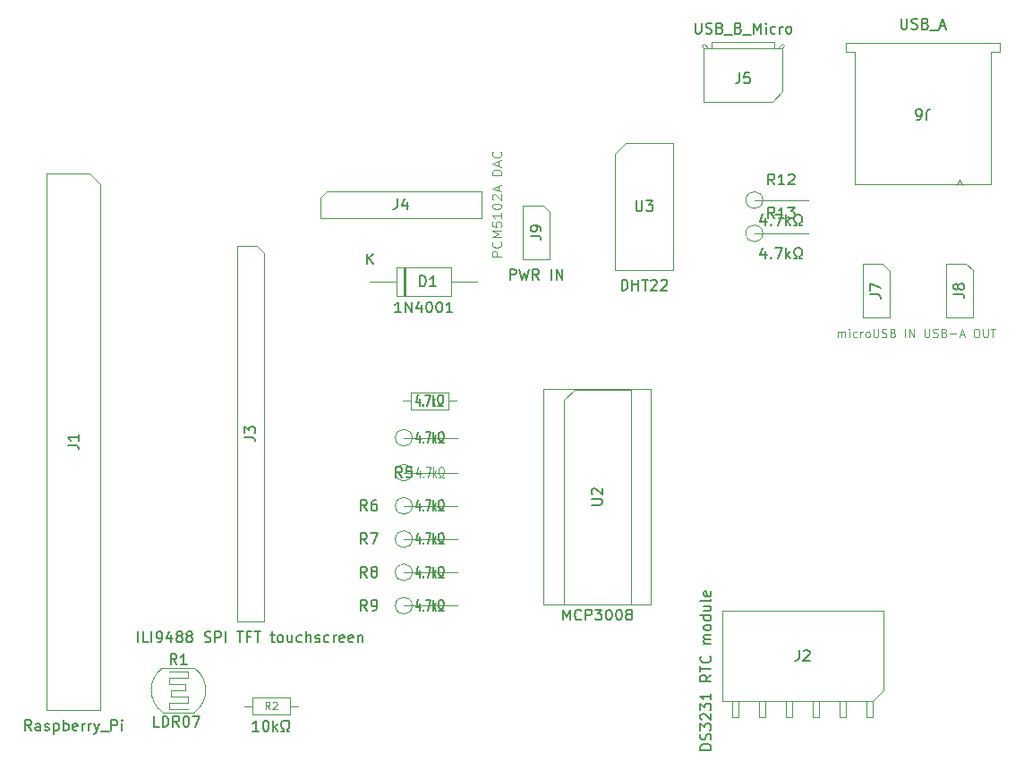
<source format=gbr>
%TF.GenerationSoftware,KiCad,Pcbnew,9.0.2*%
%TF.CreationDate,2025-06-18T17:26:41+12:00*%
%TF.ProjectId,smartclockpi,736d6172-7463-46c6-9f63-6b70692e6b69,rev?*%
%TF.SameCoordinates,Original*%
%TF.FileFunction,AssemblyDrawing,Top*%
%FSLAX46Y46*%
G04 Gerber Fmt 4.6, Leading zero omitted, Abs format (unit mm)*
G04 Created by KiCad (PCBNEW 9.0.2) date 2025-06-18 17:26:41*
%MOMM*%
%LPD*%
G01*
G04 APERTURE LIST*
%ADD10C,0.150000*%
%ADD11C,0.112500*%
%ADD12C,0.125000*%
%ADD13C,0.100000*%
%ADD14C,0.108000*%
G04 APERTURE END LIST*
D10*
X51880951Y-124954819D02*
X51880951Y-123954819D01*
X52833331Y-124954819D02*
X52357141Y-124954819D01*
X52357141Y-124954819D02*
X52357141Y-123954819D01*
X53166665Y-124954819D02*
X53166665Y-123954819D01*
X53690474Y-124954819D02*
X53880950Y-124954819D01*
X53880950Y-124954819D02*
X53976188Y-124907200D01*
X53976188Y-124907200D02*
X54023807Y-124859580D01*
X54023807Y-124859580D02*
X54119045Y-124716723D01*
X54119045Y-124716723D02*
X54166664Y-124526247D01*
X54166664Y-124526247D02*
X54166664Y-124145295D01*
X54166664Y-124145295D02*
X54119045Y-124050057D01*
X54119045Y-124050057D02*
X54071426Y-124002438D01*
X54071426Y-124002438D02*
X53976188Y-123954819D01*
X53976188Y-123954819D02*
X53785712Y-123954819D01*
X53785712Y-123954819D02*
X53690474Y-124002438D01*
X53690474Y-124002438D02*
X53642855Y-124050057D01*
X53642855Y-124050057D02*
X53595236Y-124145295D01*
X53595236Y-124145295D02*
X53595236Y-124383390D01*
X53595236Y-124383390D02*
X53642855Y-124478628D01*
X53642855Y-124478628D02*
X53690474Y-124526247D01*
X53690474Y-124526247D02*
X53785712Y-124573866D01*
X53785712Y-124573866D02*
X53976188Y-124573866D01*
X53976188Y-124573866D02*
X54071426Y-124526247D01*
X54071426Y-124526247D02*
X54119045Y-124478628D01*
X54119045Y-124478628D02*
X54166664Y-124383390D01*
X55023807Y-124288152D02*
X55023807Y-124954819D01*
X54785712Y-123907200D02*
X54547617Y-124621485D01*
X54547617Y-124621485D02*
X55166664Y-124621485D01*
X55690474Y-124383390D02*
X55595236Y-124335771D01*
X55595236Y-124335771D02*
X55547617Y-124288152D01*
X55547617Y-124288152D02*
X55499998Y-124192914D01*
X55499998Y-124192914D02*
X55499998Y-124145295D01*
X55499998Y-124145295D02*
X55547617Y-124050057D01*
X55547617Y-124050057D02*
X55595236Y-124002438D01*
X55595236Y-124002438D02*
X55690474Y-123954819D01*
X55690474Y-123954819D02*
X55880950Y-123954819D01*
X55880950Y-123954819D02*
X55976188Y-124002438D01*
X55976188Y-124002438D02*
X56023807Y-124050057D01*
X56023807Y-124050057D02*
X56071426Y-124145295D01*
X56071426Y-124145295D02*
X56071426Y-124192914D01*
X56071426Y-124192914D02*
X56023807Y-124288152D01*
X56023807Y-124288152D02*
X55976188Y-124335771D01*
X55976188Y-124335771D02*
X55880950Y-124383390D01*
X55880950Y-124383390D02*
X55690474Y-124383390D01*
X55690474Y-124383390D02*
X55595236Y-124431009D01*
X55595236Y-124431009D02*
X55547617Y-124478628D01*
X55547617Y-124478628D02*
X55499998Y-124573866D01*
X55499998Y-124573866D02*
X55499998Y-124764342D01*
X55499998Y-124764342D02*
X55547617Y-124859580D01*
X55547617Y-124859580D02*
X55595236Y-124907200D01*
X55595236Y-124907200D02*
X55690474Y-124954819D01*
X55690474Y-124954819D02*
X55880950Y-124954819D01*
X55880950Y-124954819D02*
X55976188Y-124907200D01*
X55976188Y-124907200D02*
X56023807Y-124859580D01*
X56023807Y-124859580D02*
X56071426Y-124764342D01*
X56071426Y-124764342D02*
X56071426Y-124573866D01*
X56071426Y-124573866D02*
X56023807Y-124478628D01*
X56023807Y-124478628D02*
X55976188Y-124431009D01*
X55976188Y-124431009D02*
X55880950Y-124383390D01*
X56642855Y-124383390D02*
X56547617Y-124335771D01*
X56547617Y-124335771D02*
X56499998Y-124288152D01*
X56499998Y-124288152D02*
X56452379Y-124192914D01*
X56452379Y-124192914D02*
X56452379Y-124145295D01*
X56452379Y-124145295D02*
X56499998Y-124050057D01*
X56499998Y-124050057D02*
X56547617Y-124002438D01*
X56547617Y-124002438D02*
X56642855Y-123954819D01*
X56642855Y-123954819D02*
X56833331Y-123954819D01*
X56833331Y-123954819D02*
X56928569Y-124002438D01*
X56928569Y-124002438D02*
X56976188Y-124050057D01*
X56976188Y-124050057D02*
X57023807Y-124145295D01*
X57023807Y-124145295D02*
X57023807Y-124192914D01*
X57023807Y-124192914D02*
X56976188Y-124288152D01*
X56976188Y-124288152D02*
X56928569Y-124335771D01*
X56928569Y-124335771D02*
X56833331Y-124383390D01*
X56833331Y-124383390D02*
X56642855Y-124383390D01*
X56642855Y-124383390D02*
X56547617Y-124431009D01*
X56547617Y-124431009D02*
X56499998Y-124478628D01*
X56499998Y-124478628D02*
X56452379Y-124573866D01*
X56452379Y-124573866D02*
X56452379Y-124764342D01*
X56452379Y-124764342D02*
X56499998Y-124859580D01*
X56499998Y-124859580D02*
X56547617Y-124907200D01*
X56547617Y-124907200D02*
X56642855Y-124954819D01*
X56642855Y-124954819D02*
X56833331Y-124954819D01*
X56833331Y-124954819D02*
X56928569Y-124907200D01*
X56928569Y-124907200D02*
X56976188Y-124859580D01*
X56976188Y-124859580D02*
X57023807Y-124764342D01*
X57023807Y-124764342D02*
X57023807Y-124573866D01*
X57023807Y-124573866D02*
X56976188Y-124478628D01*
X56976188Y-124478628D02*
X56928569Y-124431009D01*
X56928569Y-124431009D02*
X56833331Y-124383390D01*
X58166665Y-124907200D02*
X58309522Y-124954819D01*
X58309522Y-124954819D02*
X58547617Y-124954819D01*
X58547617Y-124954819D02*
X58642855Y-124907200D01*
X58642855Y-124907200D02*
X58690474Y-124859580D01*
X58690474Y-124859580D02*
X58738093Y-124764342D01*
X58738093Y-124764342D02*
X58738093Y-124669104D01*
X58738093Y-124669104D02*
X58690474Y-124573866D01*
X58690474Y-124573866D02*
X58642855Y-124526247D01*
X58642855Y-124526247D02*
X58547617Y-124478628D01*
X58547617Y-124478628D02*
X58357141Y-124431009D01*
X58357141Y-124431009D02*
X58261903Y-124383390D01*
X58261903Y-124383390D02*
X58214284Y-124335771D01*
X58214284Y-124335771D02*
X58166665Y-124240533D01*
X58166665Y-124240533D02*
X58166665Y-124145295D01*
X58166665Y-124145295D02*
X58214284Y-124050057D01*
X58214284Y-124050057D02*
X58261903Y-124002438D01*
X58261903Y-124002438D02*
X58357141Y-123954819D01*
X58357141Y-123954819D02*
X58595236Y-123954819D01*
X58595236Y-123954819D02*
X58738093Y-124002438D01*
X59166665Y-124954819D02*
X59166665Y-123954819D01*
X59166665Y-123954819D02*
X59547617Y-123954819D01*
X59547617Y-123954819D02*
X59642855Y-124002438D01*
X59642855Y-124002438D02*
X59690474Y-124050057D01*
X59690474Y-124050057D02*
X59738093Y-124145295D01*
X59738093Y-124145295D02*
X59738093Y-124288152D01*
X59738093Y-124288152D02*
X59690474Y-124383390D01*
X59690474Y-124383390D02*
X59642855Y-124431009D01*
X59642855Y-124431009D02*
X59547617Y-124478628D01*
X59547617Y-124478628D02*
X59166665Y-124478628D01*
X60166665Y-124954819D02*
X60166665Y-123954819D01*
X61261903Y-123954819D02*
X61833331Y-123954819D01*
X61547617Y-124954819D02*
X61547617Y-123954819D01*
X62499998Y-124431009D02*
X62166665Y-124431009D01*
X62166665Y-124954819D02*
X62166665Y-123954819D01*
X62166665Y-123954819D02*
X62642855Y-123954819D01*
X62880951Y-123954819D02*
X63452379Y-123954819D01*
X63166665Y-124954819D02*
X63166665Y-123954819D01*
X64404761Y-124288152D02*
X64785713Y-124288152D01*
X64547618Y-123954819D02*
X64547618Y-124811961D01*
X64547618Y-124811961D02*
X64595237Y-124907200D01*
X64595237Y-124907200D02*
X64690475Y-124954819D01*
X64690475Y-124954819D02*
X64785713Y-124954819D01*
X65261904Y-124954819D02*
X65166666Y-124907200D01*
X65166666Y-124907200D02*
X65119047Y-124859580D01*
X65119047Y-124859580D02*
X65071428Y-124764342D01*
X65071428Y-124764342D02*
X65071428Y-124478628D01*
X65071428Y-124478628D02*
X65119047Y-124383390D01*
X65119047Y-124383390D02*
X65166666Y-124335771D01*
X65166666Y-124335771D02*
X65261904Y-124288152D01*
X65261904Y-124288152D02*
X65404761Y-124288152D01*
X65404761Y-124288152D02*
X65499999Y-124335771D01*
X65499999Y-124335771D02*
X65547618Y-124383390D01*
X65547618Y-124383390D02*
X65595237Y-124478628D01*
X65595237Y-124478628D02*
X65595237Y-124764342D01*
X65595237Y-124764342D02*
X65547618Y-124859580D01*
X65547618Y-124859580D02*
X65499999Y-124907200D01*
X65499999Y-124907200D02*
X65404761Y-124954819D01*
X65404761Y-124954819D02*
X65261904Y-124954819D01*
X66452380Y-124288152D02*
X66452380Y-124954819D01*
X66023809Y-124288152D02*
X66023809Y-124811961D01*
X66023809Y-124811961D02*
X66071428Y-124907200D01*
X66071428Y-124907200D02*
X66166666Y-124954819D01*
X66166666Y-124954819D02*
X66309523Y-124954819D01*
X66309523Y-124954819D02*
X66404761Y-124907200D01*
X66404761Y-124907200D02*
X66452380Y-124859580D01*
X67357142Y-124907200D02*
X67261904Y-124954819D01*
X67261904Y-124954819D02*
X67071428Y-124954819D01*
X67071428Y-124954819D02*
X66976190Y-124907200D01*
X66976190Y-124907200D02*
X66928571Y-124859580D01*
X66928571Y-124859580D02*
X66880952Y-124764342D01*
X66880952Y-124764342D02*
X66880952Y-124478628D01*
X66880952Y-124478628D02*
X66928571Y-124383390D01*
X66928571Y-124383390D02*
X66976190Y-124335771D01*
X66976190Y-124335771D02*
X67071428Y-124288152D01*
X67071428Y-124288152D02*
X67261904Y-124288152D01*
X67261904Y-124288152D02*
X67357142Y-124335771D01*
X67785714Y-124954819D02*
X67785714Y-123954819D01*
X68214285Y-124954819D02*
X68214285Y-124431009D01*
X68214285Y-124431009D02*
X68166666Y-124335771D01*
X68166666Y-124335771D02*
X68071428Y-124288152D01*
X68071428Y-124288152D02*
X67928571Y-124288152D01*
X67928571Y-124288152D02*
X67833333Y-124335771D01*
X67833333Y-124335771D02*
X67785714Y-124383390D01*
X68642857Y-124907200D02*
X68738095Y-124954819D01*
X68738095Y-124954819D02*
X68928571Y-124954819D01*
X68928571Y-124954819D02*
X69023809Y-124907200D01*
X69023809Y-124907200D02*
X69071428Y-124811961D01*
X69071428Y-124811961D02*
X69071428Y-124764342D01*
X69071428Y-124764342D02*
X69023809Y-124669104D01*
X69023809Y-124669104D02*
X68928571Y-124621485D01*
X68928571Y-124621485D02*
X68785714Y-124621485D01*
X68785714Y-124621485D02*
X68690476Y-124573866D01*
X68690476Y-124573866D02*
X68642857Y-124478628D01*
X68642857Y-124478628D02*
X68642857Y-124431009D01*
X68642857Y-124431009D02*
X68690476Y-124335771D01*
X68690476Y-124335771D02*
X68785714Y-124288152D01*
X68785714Y-124288152D02*
X68928571Y-124288152D01*
X68928571Y-124288152D02*
X69023809Y-124335771D01*
X69928571Y-124907200D02*
X69833333Y-124954819D01*
X69833333Y-124954819D02*
X69642857Y-124954819D01*
X69642857Y-124954819D02*
X69547619Y-124907200D01*
X69547619Y-124907200D02*
X69500000Y-124859580D01*
X69500000Y-124859580D02*
X69452381Y-124764342D01*
X69452381Y-124764342D02*
X69452381Y-124478628D01*
X69452381Y-124478628D02*
X69500000Y-124383390D01*
X69500000Y-124383390D02*
X69547619Y-124335771D01*
X69547619Y-124335771D02*
X69642857Y-124288152D01*
X69642857Y-124288152D02*
X69833333Y-124288152D01*
X69833333Y-124288152D02*
X69928571Y-124335771D01*
X70357143Y-124954819D02*
X70357143Y-124288152D01*
X70357143Y-124478628D02*
X70404762Y-124383390D01*
X70404762Y-124383390D02*
X70452381Y-124335771D01*
X70452381Y-124335771D02*
X70547619Y-124288152D01*
X70547619Y-124288152D02*
X70642857Y-124288152D01*
X71357143Y-124907200D02*
X71261905Y-124954819D01*
X71261905Y-124954819D02*
X71071429Y-124954819D01*
X71071429Y-124954819D02*
X70976191Y-124907200D01*
X70976191Y-124907200D02*
X70928572Y-124811961D01*
X70928572Y-124811961D02*
X70928572Y-124431009D01*
X70928572Y-124431009D02*
X70976191Y-124335771D01*
X70976191Y-124335771D02*
X71071429Y-124288152D01*
X71071429Y-124288152D02*
X71261905Y-124288152D01*
X71261905Y-124288152D02*
X71357143Y-124335771D01*
X71357143Y-124335771D02*
X71404762Y-124431009D01*
X71404762Y-124431009D02*
X71404762Y-124526247D01*
X71404762Y-124526247D02*
X70928572Y-124621485D01*
X72214286Y-124907200D02*
X72119048Y-124954819D01*
X72119048Y-124954819D02*
X71928572Y-124954819D01*
X71928572Y-124954819D02*
X71833334Y-124907200D01*
X71833334Y-124907200D02*
X71785715Y-124811961D01*
X71785715Y-124811961D02*
X71785715Y-124431009D01*
X71785715Y-124431009D02*
X71833334Y-124335771D01*
X71833334Y-124335771D02*
X71928572Y-124288152D01*
X71928572Y-124288152D02*
X72119048Y-124288152D01*
X72119048Y-124288152D02*
X72214286Y-124335771D01*
X72214286Y-124335771D02*
X72261905Y-124431009D01*
X72261905Y-124431009D02*
X72261905Y-124526247D01*
X72261905Y-124526247D02*
X71785715Y-124621485D01*
X72690477Y-124288152D02*
X72690477Y-124954819D01*
X72690477Y-124383390D02*
X72738096Y-124335771D01*
X72738096Y-124335771D02*
X72833334Y-124288152D01*
X72833334Y-124288152D02*
X72976191Y-124288152D01*
X72976191Y-124288152D02*
X73071429Y-124335771D01*
X73071429Y-124335771D02*
X73119048Y-124431009D01*
X73119048Y-124431009D02*
X73119048Y-124954819D01*
X61954819Y-105553333D02*
X62669104Y-105553333D01*
X62669104Y-105553333D02*
X62811961Y-105600952D01*
X62811961Y-105600952D02*
X62907200Y-105696190D01*
X62907200Y-105696190D02*
X62954819Y-105839047D01*
X62954819Y-105839047D02*
X62954819Y-105934285D01*
X61954819Y-105172380D02*
X61954819Y-104553333D01*
X61954819Y-104553333D02*
X62335771Y-104886666D01*
X62335771Y-104886666D02*
X62335771Y-104743809D01*
X62335771Y-104743809D02*
X62383390Y-104648571D01*
X62383390Y-104648571D02*
X62431009Y-104600952D01*
X62431009Y-104600952D02*
X62526247Y-104553333D01*
X62526247Y-104553333D02*
X62764342Y-104553333D01*
X62764342Y-104553333D02*
X62859580Y-104600952D01*
X62859580Y-104600952D02*
X62907200Y-104648571D01*
X62907200Y-104648571D02*
X62954819Y-104743809D01*
X62954819Y-104743809D02*
X62954819Y-105029523D01*
X62954819Y-105029523D02*
X62907200Y-105124761D01*
X62907200Y-105124761D02*
X62859580Y-105172380D01*
X78525000Y-121288152D02*
X78525000Y-121954819D01*
X78370238Y-120907200D02*
X78215476Y-121621485D01*
X78215476Y-121621485D02*
X78617857Y-121621485D01*
X78865476Y-121859580D02*
X78896429Y-121907200D01*
X78896429Y-121907200D02*
X78865476Y-121954819D01*
X78865476Y-121954819D02*
X78834524Y-121907200D01*
X78834524Y-121907200D02*
X78865476Y-121859580D01*
X78865476Y-121859580D02*
X78865476Y-121954819D01*
X79113096Y-120954819D02*
X79546429Y-120954819D01*
X79546429Y-120954819D02*
X79267858Y-121954819D01*
X79794048Y-121954819D02*
X79794048Y-120954819D01*
X79855953Y-121573866D02*
X80041667Y-121954819D01*
X80041667Y-121288152D02*
X79794048Y-121669104D01*
X80289286Y-121954819D02*
X80444048Y-121954819D01*
X80444048Y-121954819D02*
X80444048Y-121764342D01*
X80444048Y-121764342D02*
X80382143Y-121716723D01*
X80382143Y-121716723D02*
X80320238Y-121621485D01*
X80320238Y-121621485D02*
X80289286Y-121478628D01*
X80289286Y-121478628D02*
X80289286Y-121240533D01*
X80289286Y-121240533D02*
X80320238Y-121097676D01*
X80320238Y-121097676D02*
X80382143Y-121002438D01*
X80382143Y-121002438D02*
X80475000Y-120954819D01*
X80475000Y-120954819D02*
X80598810Y-120954819D01*
X80598810Y-120954819D02*
X80691667Y-121002438D01*
X80691667Y-121002438D02*
X80753572Y-121097676D01*
X80753572Y-121097676D02*
X80784524Y-121240533D01*
X80784524Y-121240533D02*
X80784524Y-121478628D01*
X80784524Y-121478628D02*
X80753572Y-121621485D01*
X80753572Y-121621485D02*
X80691667Y-121716723D01*
X80691667Y-121716723D02*
X80629762Y-121764342D01*
X80629762Y-121764342D02*
X80629762Y-121954819D01*
X80629762Y-121954819D02*
X80784524Y-121954819D01*
X73533333Y-121954819D02*
X73200000Y-121478628D01*
X72961905Y-121954819D02*
X72961905Y-120954819D01*
X72961905Y-120954819D02*
X73342857Y-120954819D01*
X73342857Y-120954819D02*
X73438095Y-121002438D01*
X73438095Y-121002438D02*
X73485714Y-121050057D01*
X73485714Y-121050057D02*
X73533333Y-121145295D01*
X73533333Y-121145295D02*
X73533333Y-121288152D01*
X73533333Y-121288152D02*
X73485714Y-121383390D01*
X73485714Y-121383390D02*
X73438095Y-121431009D01*
X73438095Y-121431009D02*
X73342857Y-121478628D01*
X73342857Y-121478628D02*
X72961905Y-121478628D01*
X74009524Y-121954819D02*
X74200000Y-121954819D01*
X74200000Y-121954819D02*
X74295238Y-121907200D01*
X74295238Y-121907200D02*
X74342857Y-121859580D01*
X74342857Y-121859580D02*
X74438095Y-121716723D01*
X74438095Y-121716723D02*
X74485714Y-121526247D01*
X74485714Y-121526247D02*
X74485714Y-121145295D01*
X74485714Y-121145295D02*
X74438095Y-121050057D01*
X74438095Y-121050057D02*
X74390476Y-121002438D01*
X74390476Y-121002438D02*
X74295238Y-120954819D01*
X74295238Y-120954819D02*
X74104762Y-120954819D01*
X74104762Y-120954819D02*
X74009524Y-121002438D01*
X74009524Y-121002438D02*
X73961905Y-121050057D01*
X73961905Y-121050057D02*
X73914286Y-121145295D01*
X73914286Y-121145295D02*
X73914286Y-121383390D01*
X73914286Y-121383390D02*
X73961905Y-121478628D01*
X73961905Y-121478628D02*
X74009524Y-121526247D01*
X74009524Y-121526247D02*
X74104762Y-121573866D01*
X74104762Y-121573866D02*
X74295238Y-121573866D01*
X74295238Y-121573866D02*
X74390476Y-121526247D01*
X74390476Y-121526247D02*
X74438095Y-121478628D01*
X74438095Y-121478628D02*
X74485714Y-121383390D01*
X106067019Y-135155000D02*
X105067019Y-135155000D01*
X105067019Y-135155000D02*
X105067019Y-134916905D01*
X105067019Y-134916905D02*
X105114638Y-134774048D01*
X105114638Y-134774048D02*
X105209876Y-134678810D01*
X105209876Y-134678810D02*
X105305114Y-134631191D01*
X105305114Y-134631191D02*
X105495590Y-134583572D01*
X105495590Y-134583572D02*
X105638447Y-134583572D01*
X105638447Y-134583572D02*
X105828923Y-134631191D01*
X105828923Y-134631191D02*
X105924161Y-134678810D01*
X105924161Y-134678810D02*
X106019400Y-134774048D01*
X106019400Y-134774048D02*
X106067019Y-134916905D01*
X106067019Y-134916905D02*
X106067019Y-135155000D01*
X106019400Y-134202619D02*
X106067019Y-134059762D01*
X106067019Y-134059762D02*
X106067019Y-133821667D01*
X106067019Y-133821667D02*
X106019400Y-133726429D01*
X106019400Y-133726429D02*
X105971780Y-133678810D01*
X105971780Y-133678810D02*
X105876542Y-133631191D01*
X105876542Y-133631191D02*
X105781304Y-133631191D01*
X105781304Y-133631191D02*
X105686066Y-133678810D01*
X105686066Y-133678810D02*
X105638447Y-133726429D01*
X105638447Y-133726429D02*
X105590828Y-133821667D01*
X105590828Y-133821667D02*
X105543209Y-134012143D01*
X105543209Y-134012143D02*
X105495590Y-134107381D01*
X105495590Y-134107381D02*
X105447971Y-134155000D01*
X105447971Y-134155000D02*
X105352733Y-134202619D01*
X105352733Y-134202619D02*
X105257495Y-134202619D01*
X105257495Y-134202619D02*
X105162257Y-134155000D01*
X105162257Y-134155000D02*
X105114638Y-134107381D01*
X105114638Y-134107381D02*
X105067019Y-134012143D01*
X105067019Y-134012143D02*
X105067019Y-133774048D01*
X105067019Y-133774048D02*
X105114638Y-133631191D01*
X105067019Y-133297857D02*
X105067019Y-132678810D01*
X105067019Y-132678810D02*
X105447971Y-133012143D01*
X105447971Y-133012143D02*
X105447971Y-132869286D01*
X105447971Y-132869286D02*
X105495590Y-132774048D01*
X105495590Y-132774048D02*
X105543209Y-132726429D01*
X105543209Y-132726429D02*
X105638447Y-132678810D01*
X105638447Y-132678810D02*
X105876542Y-132678810D01*
X105876542Y-132678810D02*
X105971780Y-132726429D01*
X105971780Y-132726429D02*
X106019400Y-132774048D01*
X106019400Y-132774048D02*
X106067019Y-132869286D01*
X106067019Y-132869286D02*
X106067019Y-133155000D01*
X106067019Y-133155000D02*
X106019400Y-133250238D01*
X106019400Y-133250238D02*
X105971780Y-133297857D01*
X105162257Y-132297857D02*
X105114638Y-132250238D01*
X105114638Y-132250238D02*
X105067019Y-132155000D01*
X105067019Y-132155000D02*
X105067019Y-131916905D01*
X105067019Y-131916905D02*
X105114638Y-131821667D01*
X105114638Y-131821667D02*
X105162257Y-131774048D01*
X105162257Y-131774048D02*
X105257495Y-131726429D01*
X105257495Y-131726429D02*
X105352733Y-131726429D01*
X105352733Y-131726429D02*
X105495590Y-131774048D01*
X105495590Y-131774048D02*
X106067019Y-132345476D01*
X106067019Y-132345476D02*
X106067019Y-131726429D01*
X105067019Y-131393095D02*
X105067019Y-130774048D01*
X105067019Y-130774048D02*
X105447971Y-131107381D01*
X105447971Y-131107381D02*
X105447971Y-130964524D01*
X105447971Y-130964524D02*
X105495590Y-130869286D01*
X105495590Y-130869286D02*
X105543209Y-130821667D01*
X105543209Y-130821667D02*
X105638447Y-130774048D01*
X105638447Y-130774048D02*
X105876542Y-130774048D01*
X105876542Y-130774048D02*
X105971780Y-130821667D01*
X105971780Y-130821667D02*
X106019400Y-130869286D01*
X106019400Y-130869286D02*
X106067019Y-130964524D01*
X106067019Y-130964524D02*
X106067019Y-131250238D01*
X106067019Y-131250238D02*
X106019400Y-131345476D01*
X106019400Y-131345476D02*
X105971780Y-131393095D01*
X106067019Y-129821667D02*
X106067019Y-130393095D01*
X106067019Y-130107381D02*
X105067019Y-130107381D01*
X105067019Y-130107381D02*
X105209876Y-130202619D01*
X105209876Y-130202619D02*
X105305114Y-130297857D01*
X105305114Y-130297857D02*
X105352733Y-130393095D01*
X106067019Y-128059762D02*
X105590828Y-128393095D01*
X106067019Y-128631190D02*
X105067019Y-128631190D01*
X105067019Y-128631190D02*
X105067019Y-128250238D01*
X105067019Y-128250238D02*
X105114638Y-128155000D01*
X105114638Y-128155000D02*
X105162257Y-128107381D01*
X105162257Y-128107381D02*
X105257495Y-128059762D01*
X105257495Y-128059762D02*
X105400352Y-128059762D01*
X105400352Y-128059762D02*
X105495590Y-128107381D01*
X105495590Y-128107381D02*
X105543209Y-128155000D01*
X105543209Y-128155000D02*
X105590828Y-128250238D01*
X105590828Y-128250238D02*
X105590828Y-128631190D01*
X105067019Y-127774047D02*
X105067019Y-127202619D01*
X106067019Y-127488333D02*
X105067019Y-127488333D01*
X105971780Y-126297857D02*
X106019400Y-126345476D01*
X106019400Y-126345476D02*
X106067019Y-126488333D01*
X106067019Y-126488333D02*
X106067019Y-126583571D01*
X106067019Y-126583571D02*
X106019400Y-126726428D01*
X106019400Y-126726428D02*
X105924161Y-126821666D01*
X105924161Y-126821666D02*
X105828923Y-126869285D01*
X105828923Y-126869285D02*
X105638447Y-126916904D01*
X105638447Y-126916904D02*
X105495590Y-126916904D01*
X105495590Y-126916904D02*
X105305114Y-126869285D01*
X105305114Y-126869285D02*
X105209876Y-126821666D01*
X105209876Y-126821666D02*
X105114638Y-126726428D01*
X105114638Y-126726428D02*
X105067019Y-126583571D01*
X105067019Y-126583571D02*
X105067019Y-126488333D01*
X105067019Y-126488333D02*
X105114638Y-126345476D01*
X105114638Y-126345476D02*
X105162257Y-126297857D01*
X106067019Y-125107380D02*
X105400352Y-125107380D01*
X105495590Y-125107380D02*
X105447971Y-125059761D01*
X105447971Y-125059761D02*
X105400352Y-124964523D01*
X105400352Y-124964523D02*
X105400352Y-124821666D01*
X105400352Y-124821666D02*
X105447971Y-124726428D01*
X105447971Y-124726428D02*
X105543209Y-124678809D01*
X105543209Y-124678809D02*
X106067019Y-124678809D01*
X105543209Y-124678809D02*
X105447971Y-124631190D01*
X105447971Y-124631190D02*
X105400352Y-124535952D01*
X105400352Y-124535952D02*
X105400352Y-124393095D01*
X105400352Y-124393095D02*
X105447971Y-124297856D01*
X105447971Y-124297856D02*
X105543209Y-124250237D01*
X105543209Y-124250237D02*
X106067019Y-124250237D01*
X106067019Y-123631190D02*
X106019400Y-123726428D01*
X106019400Y-123726428D02*
X105971780Y-123774047D01*
X105971780Y-123774047D02*
X105876542Y-123821666D01*
X105876542Y-123821666D02*
X105590828Y-123821666D01*
X105590828Y-123821666D02*
X105495590Y-123774047D01*
X105495590Y-123774047D02*
X105447971Y-123726428D01*
X105447971Y-123726428D02*
X105400352Y-123631190D01*
X105400352Y-123631190D02*
X105400352Y-123488333D01*
X105400352Y-123488333D02*
X105447971Y-123393095D01*
X105447971Y-123393095D02*
X105495590Y-123345476D01*
X105495590Y-123345476D02*
X105590828Y-123297857D01*
X105590828Y-123297857D02*
X105876542Y-123297857D01*
X105876542Y-123297857D02*
X105971780Y-123345476D01*
X105971780Y-123345476D02*
X106019400Y-123393095D01*
X106019400Y-123393095D02*
X106067019Y-123488333D01*
X106067019Y-123488333D02*
X106067019Y-123631190D01*
X106067019Y-122440714D02*
X105067019Y-122440714D01*
X106019400Y-122440714D02*
X106067019Y-122535952D01*
X106067019Y-122535952D02*
X106067019Y-122726428D01*
X106067019Y-122726428D02*
X106019400Y-122821666D01*
X106019400Y-122821666D02*
X105971780Y-122869285D01*
X105971780Y-122869285D02*
X105876542Y-122916904D01*
X105876542Y-122916904D02*
X105590828Y-122916904D01*
X105590828Y-122916904D02*
X105495590Y-122869285D01*
X105495590Y-122869285D02*
X105447971Y-122821666D01*
X105447971Y-122821666D02*
X105400352Y-122726428D01*
X105400352Y-122726428D02*
X105400352Y-122535952D01*
X105400352Y-122535952D02*
X105447971Y-122440714D01*
X105400352Y-121535952D02*
X106067019Y-121535952D01*
X105400352Y-121964523D02*
X105924161Y-121964523D01*
X105924161Y-121964523D02*
X106019400Y-121916904D01*
X106019400Y-121916904D02*
X106067019Y-121821666D01*
X106067019Y-121821666D02*
X106067019Y-121678809D01*
X106067019Y-121678809D02*
X106019400Y-121583571D01*
X106019400Y-121583571D02*
X105971780Y-121535952D01*
X106067019Y-120916904D02*
X106019400Y-121012142D01*
X106019400Y-121012142D02*
X105924161Y-121059761D01*
X105924161Y-121059761D02*
X105067019Y-121059761D01*
X106019400Y-120154999D02*
X106067019Y-120250237D01*
X106067019Y-120250237D02*
X106067019Y-120440713D01*
X106067019Y-120440713D02*
X106019400Y-120535951D01*
X106019400Y-120535951D02*
X105924161Y-120583570D01*
X105924161Y-120583570D02*
X105543209Y-120583570D01*
X105543209Y-120583570D02*
X105447971Y-120535951D01*
X105447971Y-120535951D02*
X105400352Y-120440713D01*
X105400352Y-120440713D02*
X105400352Y-120250237D01*
X105400352Y-120250237D02*
X105447971Y-120154999D01*
X105447971Y-120154999D02*
X105543209Y-120107380D01*
X105543209Y-120107380D02*
X105638447Y-120107380D01*
X105638447Y-120107380D02*
X105733685Y-120583570D01*
X114398866Y-125714819D02*
X114398866Y-126429104D01*
X114398866Y-126429104D02*
X114351247Y-126571961D01*
X114351247Y-126571961D02*
X114256009Y-126667200D01*
X114256009Y-126667200D02*
X114113152Y-126714819D01*
X114113152Y-126714819D02*
X114017914Y-126714819D01*
X114827438Y-125810057D02*
X114875057Y-125762438D01*
X114875057Y-125762438D02*
X114970295Y-125714819D01*
X114970295Y-125714819D02*
X115208390Y-125714819D01*
X115208390Y-125714819D02*
X115303628Y-125762438D01*
X115303628Y-125762438D02*
X115351247Y-125810057D01*
X115351247Y-125810057D02*
X115398866Y-125905295D01*
X115398866Y-125905295D02*
X115398866Y-126000533D01*
X115398866Y-126000533D02*
X115351247Y-126143390D01*
X115351247Y-126143390D02*
X114779819Y-126714819D01*
X114779819Y-126714819D02*
X115398866Y-126714819D01*
X76749542Y-93729819D02*
X76178114Y-93729819D01*
X76463828Y-93729819D02*
X76463828Y-92729819D01*
X76463828Y-92729819D02*
X76368590Y-92872676D01*
X76368590Y-92872676D02*
X76273352Y-92967914D01*
X76273352Y-92967914D02*
X76178114Y-93015533D01*
X77178114Y-93729819D02*
X77178114Y-92729819D01*
X77178114Y-92729819D02*
X77749542Y-93729819D01*
X77749542Y-93729819D02*
X77749542Y-92729819D01*
X78654304Y-93063152D02*
X78654304Y-93729819D01*
X78416209Y-92682200D02*
X78178114Y-93396485D01*
X78178114Y-93396485D02*
X78797161Y-93396485D01*
X79368590Y-92729819D02*
X79463828Y-92729819D01*
X79463828Y-92729819D02*
X79559066Y-92777438D01*
X79559066Y-92777438D02*
X79606685Y-92825057D01*
X79606685Y-92825057D02*
X79654304Y-92920295D01*
X79654304Y-92920295D02*
X79701923Y-93110771D01*
X79701923Y-93110771D02*
X79701923Y-93348866D01*
X79701923Y-93348866D02*
X79654304Y-93539342D01*
X79654304Y-93539342D02*
X79606685Y-93634580D01*
X79606685Y-93634580D02*
X79559066Y-93682200D01*
X79559066Y-93682200D02*
X79463828Y-93729819D01*
X79463828Y-93729819D02*
X79368590Y-93729819D01*
X79368590Y-93729819D02*
X79273352Y-93682200D01*
X79273352Y-93682200D02*
X79225733Y-93634580D01*
X79225733Y-93634580D02*
X79178114Y-93539342D01*
X79178114Y-93539342D02*
X79130495Y-93348866D01*
X79130495Y-93348866D02*
X79130495Y-93110771D01*
X79130495Y-93110771D02*
X79178114Y-92920295D01*
X79178114Y-92920295D02*
X79225733Y-92825057D01*
X79225733Y-92825057D02*
X79273352Y-92777438D01*
X79273352Y-92777438D02*
X79368590Y-92729819D01*
X80320971Y-92729819D02*
X80416209Y-92729819D01*
X80416209Y-92729819D02*
X80511447Y-92777438D01*
X80511447Y-92777438D02*
X80559066Y-92825057D01*
X80559066Y-92825057D02*
X80606685Y-92920295D01*
X80606685Y-92920295D02*
X80654304Y-93110771D01*
X80654304Y-93110771D02*
X80654304Y-93348866D01*
X80654304Y-93348866D02*
X80606685Y-93539342D01*
X80606685Y-93539342D02*
X80559066Y-93634580D01*
X80559066Y-93634580D02*
X80511447Y-93682200D01*
X80511447Y-93682200D02*
X80416209Y-93729819D01*
X80416209Y-93729819D02*
X80320971Y-93729819D01*
X80320971Y-93729819D02*
X80225733Y-93682200D01*
X80225733Y-93682200D02*
X80178114Y-93634580D01*
X80178114Y-93634580D02*
X80130495Y-93539342D01*
X80130495Y-93539342D02*
X80082876Y-93348866D01*
X80082876Y-93348866D02*
X80082876Y-93110771D01*
X80082876Y-93110771D02*
X80130495Y-92920295D01*
X80130495Y-92920295D02*
X80178114Y-92825057D01*
X80178114Y-92825057D02*
X80225733Y-92777438D01*
X80225733Y-92777438D02*
X80320971Y-92729819D01*
X81606685Y-93729819D02*
X81035257Y-93729819D01*
X81320971Y-93729819D02*
X81320971Y-92729819D01*
X81320971Y-92729819D02*
X81225733Y-92872676D01*
X81225733Y-92872676D02*
X81130495Y-92967914D01*
X81130495Y-92967914D02*
X81035257Y-93015533D01*
X78544305Y-91259819D02*
X78544305Y-90259819D01*
X78544305Y-90259819D02*
X78782400Y-90259819D01*
X78782400Y-90259819D02*
X78925257Y-90307438D01*
X78925257Y-90307438D02*
X79020495Y-90402676D01*
X79020495Y-90402676D02*
X79068114Y-90497914D01*
X79068114Y-90497914D02*
X79115733Y-90688390D01*
X79115733Y-90688390D02*
X79115733Y-90831247D01*
X79115733Y-90831247D02*
X79068114Y-91021723D01*
X79068114Y-91021723D02*
X79020495Y-91116961D01*
X79020495Y-91116961D02*
X78925257Y-91212200D01*
X78925257Y-91212200D02*
X78782400Y-91259819D01*
X78782400Y-91259819D02*
X78544305Y-91259819D01*
X80068114Y-91259819D02*
X79496686Y-91259819D01*
X79782400Y-91259819D02*
X79782400Y-90259819D01*
X79782400Y-90259819D02*
X79687162Y-90402676D01*
X79687162Y-90402676D02*
X79591924Y-90497914D01*
X79591924Y-90497914D02*
X79496686Y-90545533D01*
X73550495Y-89159819D02*
X73550495Y-88159819D01*
X74121923Y-89159819D02*
X73693352Y-88588390D01*
X74121923Y-88159819D02*
X73550495Y-88731247D01*
X53857142Y-132954819D02*
X53380952Y-132954819D01*
X53380952Y-132954819D02*
X53380952Y-131954819D01*
X54190476Y-132954819D02*
X54190476Y-131954819D01*
X54190476Y-131954819D02*
X54428571Y-131954819D01*
X54428571Y-131954819D02*
X54571428Y-132002438D01*
X54571428Y-132002438D02*
X54666666Y-132097676D01*
X54666666Y-132097676D02*
X54714285Y-132192914D01*
X54714285Y-132192914D02*
X54761904Y-132383390D01*
X54761904Y-132383390D02*
X54761904Y-132526247D01*
X54761904Y-132526247D02*
X54714285Y-132716723D01*
X54714285Y-132716723D02*
X54666666Y-132811961D01*
X54666666Y-132811961D02*
X54571428Y-132907200D01*
X54571428Y-132907200D02*
X54428571Y-132954819D01*
X54428571Y-132954819D02*
X54190476Y-132954819D01*
X55761904Y-132954819D02*
X55428571Y-132478628D01*
X55190476Y-132954819D02*
X55190476Y-131954819D01*
X55190476Y-131954819D02*
X55571428Y-131954819D01*
X55571428Y-131954819D02*
X55666666Y-132002438D01*
X55666666Y-132002438D02*
X55714285Y-132050057D01*
X55714285Y-132050057D02*
X55761904Y-132145295D01*
X55761904Y-132145295D02*
X55761904Y-132288152D01*
X55761904Y-132288152D02*
X55714285Y-132383390D01*
X55714285Y-132383390D02*
X55666666Y-132431009D01*
X55666666Y-132431009D02*
X55571428Y-132478628D01*
X55571428Y-132478628D02*
X55190476Y-132478628D01*
X56380952Y-131954819D02*
X56476190Y-131954819D01*
X56476190Y-131954819D02*
X56571428Y-132002438D01*
X56571428Y-132002438D02*
X56619047Y-132050057D01*
X56619047Y-132050057D02*
X56666666Y-132145295D01*
X56666666Y-132145295D02*
X56714285Y-132335771D01*
X56714285Y-132335771D02*
X56714285Y-132573866D01*
X56714285Y-132573866D02*
X56666666Y-132764342D01*
X56666666Y-132764342D02*
X56619047Y-132859580D01*
X56619047Y-132859580D02*
X56571428Y-132907200D01*
X56571428Y-132907200D02*
X56476190Y-132954819D01*
X56476190Y-132954819D02*
X56380952Y-132954819D01*
X56380952Y-132954819D02*
X56285714Y-132907200D01*
X56285714Y-132907200D02*
X56238095Y-132859580D01*
X56238095Y-132859580D02*
X56190476Y-132764342D01*
X56190476Y-132764342D02*
X56142857Y-132573866D01*
X56142857Y-132573866D02*
X56142857Y-132335771D01*
X56142857Y-132335771D02*
X56190476Y-132145295D01*
X56190476Y-132145295D02*
X56238095Y-132050057D01*
X56238095Y-132050057D02*
X56285714Y-132002438D01*
X56285714Y-132002438D02*
X56380952Y-131954819D01*
X57047619Y-131954819D02*
X57714285Y-131954819D01*
X57714285Y-131954819D02*
X57285714Y-132954819D01*
X55533333Y-127054819D02*
X55200000Y-126578628D01*
X54961905Y-127054819D02*
X54961905Y-126054819D01*
X54961905Y-126054819D02*
X55342857Y-126054819D01*
X55342857Y-126054819D02*
X55438095Y-126102438D01*
X55438095Y-126102438D02*
X55485714Y-126150057D01*
X55485714Y-126150057D02*
X55533333Y-126245295D01*
X55533333Y-126245295D02*
X55533333Y-126388152D01*
X55533333Y-126388152D02*
X55485714Y-126483390D01*
X55485714Y-126483390D02*
X55438095Y-126531009D01*
X55438095Y-126531009D02*
X55342857Y-126578628D01*
X55342857Y-126578628D02*
X54961905Y-126578628D01*
X56485714Y-127054819D02*
X55914286Y-127054819D01*
X56200000Y-127054819D02*
X56200000Y-126054819D01*
X56200000Y-126054819D02*
X56104762Y-126197676D01*
X56104762Y-126197676D02*
X56009524Y-126292914D01*
X56009524Y-126292914D02*
X55914286Y-126340533D01*
X78525000Y-105388152D02*
X78525000Y-106054819D01*
X78370238Y-105007200D02*
X78215476Y-105721485D01*
X78215476Y-105721485D02*
X78617857Y-105721485D01*
X78865476Y-105959580D02*
X78896429Y-106007200D01*
X78896429Y-106007200D02*
X78865476Y-106054819D01*
X78865476Y-106054819D02*
X78834524Y-106007200D01*
X78834524Y-106007200D02*
X78865476Y-105959580D01*
X78865476Y-105959580D02*
X78865476Y-106054819D01*
X79113096Y-105054819D02*
X79546429Y-105054819D01*
X79546429Y-105054819D02*
X79267858Y-106054819D01*
X79794048Y-106054819D02*
X79794048Y-105054819D01*
X79855953Y-105673866D02*
X80041667Y-106054819D01*
X80041667Y-105388152D02*
X79794048Y-105769104D01*
X80289286Y-106054819D02*
X80444048Y-106054819D01*
X80444048Y-106054819D02*
X80444048Y-105864342D01*
X80444048Y-105864342D02*
X80382143Y-105816723D01*
X80382143Y-105816723D02*
X80320238Y-105721485D01*
X80320238Y-105721485D02*
X80289286Y-105578628D01*
X80289286Y-105578628D02*
X80289286Y-105340533D01*
X80289286Y-105340533D02*
X80320238Y-105197676D01*
X80320238Y-105197676D02*
X80382143Y-105102438D01*
X80382143Y-105102438D02*
X80475000Y-105054819D01*
X80475000Y-105054819D02*
X80598810Y-105054819D01*
X80598810Y-105054819D02*
X80691667Y-105102438D01*
X80691667Y-105102438D02*
X80753572Y-105197676D01*
X80753572Y-105197676D02*
X80784524Y-105340533D01*
X80784524Y-105340533D02*
X80784524Y-105578628D01*
X80784524Y-105578628D02*
X80753572Y-105721485D01*
X80753572Y-105721485D02*
X80691667Y-105816723D01*
X80691667Y-105816723D02*
X80629762Y-105864342D01*
X80629762Y-105864342D02*
X80629762Y-106054819D01*
X80629762Y-106054819D02*
X80784524Y-106054819D01*
X87058810Y-90651619D02*
X87058810Y-89651619D01*
X87058810Y-89651619D02*
X87439762Y-89651619D01*
X87439762Y-89651619D02*
X87535000Y-89699238D01*
X87535000Y-89699238D02*
X87582619Y-89746857D01*
X87582619Y-89746857D02*
X87630238Y-89842095D01*
X87630238Y-89842095D02*
X87630238Y-89984952D01*
X87630238Y-89984952D02*
X87582619Y-90080190D01*
X87582619Y-90080190D02*
X87535000Y-90127809D01*
X87535000Y-90127809D02*
X87439762Y-90175428D01*
X87439762Y-90175428D02*
X87058810Y-90175428D01*
X87963572Y-89651619D02*
X88201667Y-90651619D01*
X88201667Y-90651619D02*
X88392143Y-89937333D01*
X88392143Y-89937333D02*
X88582619Y-90651619D01*
X88582619Y-90651619D02*
X88820715Y-89651619D01*
X89773095Y-90651619D02*
X89439762Y-90175428D01*
X89201667Y-90651619D02*
X89201667Y-89651619D01*
X89201667Y-89651619D02*
X89582619Y-89651619D01*
X89582619Y-89651619D02*
X89677857Y-89699238D01*
X89677857Y-89699238D02*
X89725476Y-89746857D01*
X89725476Y-89746857D02*
X89773095Y-89842095D01*
X89773095Y-89842095D02*
X89773095Y-89984952D01*
X89773095Y-89984952D02*
X89725476Y-90080190D01*
X89725476Y-90080190D02*
X89677857Y-90127809D01*
X89677857Y-90127809D02*
X89582619Y-90175428D01*
X89582619Y-90175428D02*
X89201667Y-90175428D01*
X90963572Y-90651619D02*
X90963572Y-89651619D01*
X91439762Y-90651619D02*
X91439762Y-89651619D01*
X91439762Y-89651619D02*
X92011190Y-90651619D01*
X92011190Y-90651619D02*
X92011190Y-89651619D01*
X88989819Y-86490133D02*
X89704104Y-86490133D01*
X89704104Y-86490133D02*
X89846961Y-86537752D01*
X89846961Y-86537752D02*
X89942200Y-86632990D01*
X89942200Y-86632990D02*
X89989819Y-86775847D01*
X89989819Y-86775847D02*
X89989819Y-86871085D01*
X89989819Y-85966323D02*
X89989819Y-85775847D01*
X89989819Y-85775847D02*
X89942200Y-85680609D01*
X89942200Y-85680609D02*
X89894580Y-85632990D01*
X89894580Y-85632990D02*
X89751723Y-85537752D01*
X89751723Y-85537752D02*
X89561247Y-85490133D01*
X89561247Y-85490133D02*
X89180295Y-85490133D01*
X89180295Y-85490133D02*
X89085057Y-85537752D01*
X89085057Y-85537752D02*
X89037438Y-85585371D01*
X89037438Y-85585371D02*
X88989819Y-85680609D01*
X88989819Y-85680609D02*
X88989819Y-85871085D01*
X88989819Y-85871085D02*
X89037438Y-85966323D01*
X89037438Y-85966323D02*
X89085057Y-86013942D01*
X89085057Y-86013942D02*
X89180295Y-86061561D01*
X89180295Y-86061561D02*
X89418390Y-86061561D01*
X89418390Y-86061561D02*
X89513628Y-86013942D01*
X89513628Y-86013942D02*
X89561247Y-85966323D01*
X89561247Y-85966323D02*
X89608866Y-85871085D01*
X89608866Y-85871085D02*
X89608866Y-85680609D01*
X89608866Y-85680609D02*
X89561247Y-85585371D01*
X89561247Y-85585371D02*
X89513628Y-85537752D01*
X89513628Y-85537752D02*
X89418390Y-85490133D01*
X92071905Y-122864819D02*
X92071905Y-121864819D01*
X92071905Y-121864819D02*
X92405238Y-122579104D01*
X92405238Y-122579104D02*
X92738571Y-121864819D01*
X92738571Y-121864819D02*
X92738571Y-122864819D01*
X93786190Y-122769580D02*
X93738571Y-122817200D01*
X93738571Y-122817200D02*
X93595714Y-122864819D01*
X93595714Y-122864819D02*
X93500476Y-122864819D01*
X93500476Y-122864819D02*
X93357619Y-122817200D01*
X93357619Y-122817200D02*
X93262381Y-122721961D01*
X93262381Y-122721961D02*
X93214762Y-122626723D01*
X93214762Y-122626723D02*
X93167143Y-122436247D01*
X93167143Y-122436247D02*
X93167143Y-122293390D01*
X93167143Y-122293390D02*
X93214762Y-122102914D01*
X93214762Y-122102914D02*
X93262381Y-122007676D01*
X93262381Y-122007676D02*
X93357619Y-121912438D01*
X93357619Y-121912438D02*
X93500476Y-121864819D01*
X93500476Y-121864819D02*
X93595714Y-121864819D01*
X93595714Y-121864819D02*
X93738571Y-121912438D01*
X93738571Y-121912438D02*
X93786190Y-121960057D01*
X94214762Y-122864819D02*
X94214762Y-121864819D01*
X94214762Y-121864819D02*
X94595714Y-121864819D01*
X94595714Y-121864819D02*
X94690952Y-121912438D01*
X94690952Y-121912438D02*
X94738571Y-121960057D01*
X94738571Y-121960057D02*
X94786190Y-122055295D01*
X94786190Y-122055295D02*
X94786190Y-122198152D01*
X94786190Y-122198152D02*
X94738571Y-122293390D01*
X94738571Y-122293390D02*
X94690952Y-122341009D01*
X94690952Y-122341009D02*
X94595714Y-122388628D01*
X94595714Y-122388628D02*
X94214762Y-122388628D01*
X95119524Y-121864819D02*
X95738571Y-121864819D01*
X95738571Y-121864819D02*
X95405238Y-122245771D01*
X95405238Y-122245771D02*
X95548095Y-122245771D01*
X95548095Y-122245771D02*
X95643333Y-122293390D01*
X95643333Y-122293390D02*
X95690952Y-122341009D01*
X95690952Y-122341009D02*
X95738571Y-122436247D01*
X95738571Y-122436247D02*
X95738571Y-122674342D01*
X95738571Y-122674342D02*
X95690952Y-122769580D01*
X95690952Y-122769580D02*
X95643333Y-122817200D01*
X95643333Y-122817200D02*
X95548095Y-122864819D01*
X95548095Y-122864819D02*
X95262381Y-122864819D01*
X95262381Y-122864819D02*
X95167143Y-122817200D01*
X95167143Y-122817200D02*
X95119524Y-122769580D01*
X96357619Y-121864819D02*
X96452857Y-121864819D01*
X96452857Y-121864819D02*
X96548095Y-121912438D01*
X96548095Y-121912438D02*
X96595714Y-121960057D01*
X96595714Y-121960057D02*
X96643333Y-122055295D01*
X96643333Y-122055295D02*
X96690952Y-122245771D01*
X96690952Y-122245771D02*
X96690952Y-122483866D01*
X96690952Y-122483866D02*
X96643333Y-122674342D01*
X96643333Y-122674342D02*
X96595714Y-122769580D01*
X96595714Y-122769580D02*
X96548095Y-122817200D01*
X96548095Y-122817200D02*
X96452857Y-122864819D01*
X96452857Y-122864819D02*
X96357619Y-122864819D01*
X96357619Y-122864819D02*
X96262381Y-122817200D01*
X96262381Y-122817200D02*
X96214762Y-122769580D01*
X96214762Y-122769580D02*
X96167143Y-122674342D01*
X96167143Y-122674342D02*
X96119524Y-122483866D01*
X96119524Y-122483866D02*
X96119524Y-122245771D01*
X96119524Y-122245771D02*
X96167143Y-122055295D01*
X96167143Y-122055295D02*
X96214762Y-121960057D01*
X96214762Y-121960057D02*
X96262381Y-121912438D01*
X96262381Y-121912438D02*
X96357619Y-121864819D01*
X97310000Y-121864819D02*
X97405238Y-121864819D01*
X97405238Y-121864819D02*
X97500476Y-121912438D01*
X97500476Y-121912438D02*
X97548095Y-121960057D01*
X97548095Y-121960057D02*
X97595714Y-122055295D01*
X97595714Y-122055295D02*
X97643333Y-122245771D01*
X97643333Y-122245771D02*
X97643333Y-122483866D01*
X97643333Y-122483866D02*
X97595714Y-122674342D01*
X97595714Y-122674342D02*
X97548095Y-122769580D01*
X97548095Y-122769580D02*
X97500476Y-122817200D01*
X97500476Y-122817200D02*
X97405238Y-122864819D01*
X97405238Y-122864819D02*
X97310000Y-122864819D01*
X97310000Y-122864819D02*
X97214762Y-122817200D01*
X97214762Y-122817200D02*
X97167143Y-122769580D01*
X97167143Y-122769580D02*
X97119524Y-122674342D01*
X97119524Y-122674342D02*
X97071905Y-122483866D01*
X97071905Y-122483866D02*
X97071905Y-122245771D01*
X97071905Y-122245771D02*
X97119524Y-122055295D01*
X97119524Y-122055295D02*
X97167143Y-121960057D01*
X97167143Y-121960057D02*
X97214762Y-121912438D01*
X97214762Y-121912438D02*
X97310000Y-121864819D01*
X98214762Y-122293390D02*
X98119524Y-122245771D01*
X98119524Y-122245771D02*
X98071905Y-122198152D01*
X98071905Y-122198152D02*
X98024286Y-122102914D01*
X98024286Y-122102914D02*
X98024286Y-122055295D01*
X98024286Y-122055295D02*
X98071905Y-121960057D01*
X98071905Y-121960057D02*
X98119524Y-121912438D01*
X98119524Y-121912438D02*
X98214762Y-121864819D01*
X98214762Y-121864819D02*
X98405238Y-121864819D01*
X98405238Y-121864819D02*
X98500476Y-121912438D01*
X98500476Y-121912438D02*
X98548095Y-121960057D01*
X98548095Y-121960057D02*
X98595714Y-122055295D01*
X98595714Y-122055295D02*
X98595714Y-122102914D01*
X98595714Y-122102914D02*
X98548095Y-122198152D01*
X98548095Y-122198152D02*
X98500476Y-122245771D01*
X98500476Y-122245771D02*
X98405238Y-122293390D01*
X98405238Y-122293390D02*
X98214762Y-122293390D01*
X98214762Y-122293390D02*
X98119524Y-122341009D01*
X98119524Y-122341009D02*
X98071905Y-122388628D01*
X98071905Y-122388628D02*
X98024286Y-122483866D01*
X98024286Y-122483866D02*
X98024286Y-122674342D01*
X98024286Y-122674342D02*
X98071905Y-122769580D01*
X98071905Y-122769580D02*
X98119524Y-122817200D01*
X98119524Y-122817200D02*
X98214762Y-122864819D01*
X98214762Y-122864819D02*
X98405238Y-122864819D01*
X98405238Y-122864819D02*
X98500476Y-122817200D01*
X98500476Y-122817200D02*
X98548095Y-122769580D01*
X98548095Y-122769580D02*
X98595714Y-122674342D01*
X98595714Y-122674342D02*
X98595714Y-122483866D01*
X98595714Y-122483866D02*
X98548095Y-122388628D01*
X98548095Y-122388628D02*
X98500476Y-122341009D01*
X98500476Y-122341009D02*
X98405238Y-122293390D01*
X94764819Y-111951904D02*
X95574342Y-111951904D01*
X95574342Y-111951904D02*
X95669580Y-111904285D01*
X95669580Y-111904285D02*
X95717200Y-111856666D01*
X95717200Y-111856666D02*
X95764819Y-111761428D01*
X95764819Y-111761428D02*
X95764819Y-111570952D01*
X95764819Y-111570952D02*
X95717200Y-111475714D01*
X95717200Y-111475714D02*
X95669580Y-111428095D01*
X95669580Y-111428095D02*
X95574342Y-111380476D01*
X95574342Y-111380476D02*
X94764819Y-111380476D01*
X94860057Y-110951904D02*
X94812438Y-110904285D01*
X94812438Y-110904285D02*
X94764819Y-110809047D01*
X94764819Y-110809047D02*
X94764819Y-110570952D01*
X94764819Y-110570952D02*
X94812438Y-110475714D01*
X94812438Y-110475714D02*
X94860057Y-110428095D01*
X94860057Y-110428095D02*
X94955295Y-110380476D01*
X94955295Y-110380476D02*
X95050533Y-110380476D01*
X95050533Y-110380476D02*
X95193390Y-110428095D01*
X95193390Y-110428095D02*
X95764819Y-110999523D01*
X95764819Y-110999523D02*
X95764819Y-110380476D01*
X41769999Y-133324819D02*
X41436666Y-132848628D01*
X41198571Y-133324819D02*
X41198571Y-132324819D01*
X41198571Y-132324819D02*
X41579523Y-132324819D01*
X41579523Y-132324819D02*
X41674761Y-132372438D01*
X41674761Y-132372438D02*
X41722380Y-132420057D01*
X41722380Y-132420057D02*
X41769999Y-132515295D01*
X41769999Y-132515295D02*
X41769999Y-132658152D01*
X41769999Y-132658152D02*
X41722380Y-132753390D01*
X41722380Y-132753390D02*
X41674761Y-132801009D01*
X41674761Y-132801009D02*
X41579523Y-132848628D01*
X41579523Y-132848628D02*
X41198571Y-132848628D01*
X42627142Y-133324819D02*
X42627142Y-132801009D01*
X42627142Y-132801009D02*
X42579523Y-132705771D01*
X42579523Y-132705771D02*
X42484285Y-132658152D01*
X42484285Y-132658152D02*
X42293809Y-132658152D01*
X42293809Y-132658152D02*
X42198571Y-132705771D01*
X42627142Y-133277200D02*
X42531904Y-133324819D01*
X42531904Y-133324819D02*
X42293809Y-133324819D01*
X42293809Y-133324819D02*
X42198571Y-133277200D01*
X42198571Y-133277200D02*
X42150952Y-133181961D01*
X42150952Y-133181961D02*
X42150952Y-133086723D01*
X42150952Y-133086723D02*
X42198571Y-132991485D01*
X42198571Y-132991485D02*
X42293809Y-132943866D01*
X42293809Y-132943866D02*
X42531904Y-132943866D01*
X42531904Y-132943866D02*
X42627142Y-132896247D01*
X43055714Y-133277200D02*
X43150952Y-133324819D01*
X43150952Y-133324819D02*
X43341428Y-133324819D01*
X43341428Y-133324819D02*
X43436666Y-133277200D01*
X43436666Y-133277200D02*
X43484285Y-133181961D01*
X43484285Y-133181961D02*
X43484285Y-133134342D01*
X43484285Y-133134342D02*
X43436666Y-133039104D01*
X43436666Y-133039104D02*
X43341428Y-132991485D01*
X43341428Y-132991485D02*
X43198571Y-132991485D01*
X43198571Y-132991485D02*
X43103333Y-132943866D01*
X43103333Y-132943866D02*
X43055714Y-132848628D01*
X43055714Y-132848628D02*
X43055714Y-132801009D01*
X43055714Y-132801009D02*
X43103333Y-132705771D01*
X43103333Y-132705771D02*
X43198571Y-132658152D01*
X43198571Y-132658152D02*
X43341428Y-132658152D01*
X43341428Y-132658152D02*
X43436666Y-132705771D01*
X43912857Y-132658152D02*
X43912857Y-133658152D01*
X43912857Y-132705771D02*
X44008095Y-132658152D01*
X44008095Y-132658152D02*
X44198571Y-132658152D01*
X44198571Y-132658152D02*
X44293809Y-132705771D01*
X44293809Y-132705771D02*
X44341428Y-132753390D01*
X44341428Y-132753390D02*
X44389047Y-132848628D01*
X44389047Y-132848628D02*
X44389047Y-133134342D01*
X44389047Y-133134342D02*
X44341428Y-133229580D01*
X44341428Y-133229580D02*
X44293809Y-133277200D01*
X44293809Y-133277200D02*
X44198571Y-133324819D01*
X44198571Y-133324819D02*
X44008095Y-133324819D01*
X44008095Y-133324819D02*
X43912857Y-133277200D01*
X44817619Y-133324819D02*
X44817619Y-132324819D01*
X44817619Y-132705771D02*
X44912857Y-132658152D01*
X44912857Y-132658152D02*
X45103333Y-132658152D01*
X45103333Y-132658152D02*
X45198571Y-132705771D01*
X45198571Y-132705771D02*
X45246190Y-132753390D01*
X45246190Y-132753390D02*
X45293809Y-132848628D01*
X45293809Y-132848628D02*
X45293809Y-133134342D01*
X45293809Y-133134342D02*
X45246190Y-133229580D01*
X45246190Y-133229580D02*
X45198571Y-133277200D01*
X45198571Y-133277200D02*
X45103333Y-133324819D01*
X45103333Y-133324819D02*
X44912857Y-133324819D01*
X44912857Y-133324819D02*
X44817619Y-133277200D01*
X46103333Y-133277200D02*
X46008095Y-133324819D01*
X46008095Y-133324819D02*
X45817619Y-133324819D01*
X45817619Y-133324819D02*
X45722381Y-133277200D01*
X45722381Y-133277200D02*
X45674762Y-133181961D01*
X45674762Y-133181961D02*
X45674762Y-132801009D01*
X45674762Y-132801009D02*
X45722381Y-132705771D01*
X45722381Y-132705771D02*
X45817619Y-132658152D01*
X45817619Y-132658152D02*
X46008095Y-132658152D01*
X46008095Y-132658152D02*
X46103333Y-132705771D01*
X46103333Y-132705771D02*
X46150952Y-132801009D01*
X46150952Y-132801009D02*
X46150952Y-132896247D01*
X46150952Y-132896247D02*
X45674762Y-132991485D01*
X46579524Y-133324819D02*
X46579524Y-132658152D01*
X46579524Y-132848628D02*
X46627143Y-132753390D01*
X46627143Y-132753390D02*
X46674762Y-132705771D01*
X46674762Y-132705771D02*
X46770000Y-132658152D01*
X46770000Y-132658152D02*
X46865238Y-132658152D01*
X47198572Y-133324819D02*
X47198572Y-132658152D01*
X47198572Y-132848628D02*
X47246191Y-132753390D01*
X47246191Y-132753390D02*
X47293810Y-132705771D01*
X47293810Y-132705771D02*
X47389048Y-132658152D01*
X47389048Y-132658152D02*
X47484286Y-132658152D01*
X47722382Y-132658152D02*
X47960477Y-133324819D01*
X48198572Y-132658152D02*
X47960477Y-133324819D01*
X47960477Y-133324819D02*
X47865239Y-133562914D01*
X47865239Y-133562914D02*
X47817620Y-133610533D01*
X47817620Y-133610533D02*
X47722382Y-133658152D01*
X48341430Y-133420057D02*
X49103334Y-133420057D01*
X49341430Y-133324819D02*
X49341430Y-132324819D01*
X49341430Y-132324819D02*
X49722382Y-132324819D01*
X49722382Y-132324819D02*
X49817620Y-132372438D01*
X49817620Y-132372438D02*
X49865239Y-132420057D01*
X49865239Y-132420057D02*
X49912858Y-132515295D01*
X49912858Y-132515295D02*
X49912858Y-132658152D01*
X49912858Y-132658152D02*
X49865239Y-132753390D01*
X49865239Y-132753390D02*
X49817620Y-132801009D01*
X49817620Y-132801009D02*
X49722382Y-132848628D01*
X49722382Y-132848628D02*
X49341430Y-132848628D01*
X50341430Y-133324819D02*
X50341430Y-132658152D01*
X50341430Y-132324819D02*
X50293811Y-132372438D01*
X50293811Y-132372438D02*
X50341430Y-132420057D01*
X50341430Y-132420057D02*
X50389049Y-132372438D01*
X50389049Y-132372438D02*
X50341430Y-132324819D01*
X50341430Y-132324819D02*
X50341430Y-132420057D01*
X45224819Y-106303333D02*
X45939104Y-106303333D01*
X45939104Y-106303333D02*
X46081961Y-106350952D01*
X46081961Y-106350952D02*
X46177200Y-106446190D01*
X46177200Y-106446190D02*
X46224819Y-106589047D01*
X46224819Y-106589047D02*
X46224819Y-106684285D01*
X46224819Y-105303333D02*
X46224819Y-105874761D01*
X46224819Y-105589047D02*
X45224819Y-105589047D01*
X45224819Y-105589047D02*
X45367676Y-105684285D01*
X45367676Y-105684285D02*
X45462914Y-105779523D01*
X45462914Y-105779523D02*
X45510533Y-105874761D01*
D11*
X86260507Y-88428571D02*
X85360507Y-88428571D01*
X85360507Y-88428571D02*
X85360507Y-88085714D01*
X85360507Y-88085714D02*
X85403364Y-87999999D01*
X85403364Y-87999999D02*
X85446221Y-87957142D01*
X85446221Y-87957142D02*
X85531935Y-87914285D01*
X85531935Y-87914285D02*
X85660507Y-87914285D01*
X85660507Y-87914285D02*
X85746221Y-87957142D01*
X85746221Y-87957142D02*
X85789078Y-87999999D01*
X85789078Y-87999999D02*
X85831935Y-88085714D01*
X85831935Y-88085714D02*
X85831935Y-88428571D01*
X86174792Y-87014285D02*
X86217650Y-87057142D01*
X86217650Y-87057142D02*
X86260507Y-87185714D01*
X86260507Y-87185714D02*
X86260507Y-87271428D01*
X86260507Y-87271428D02*
X86217650Y-87399999D01*
X86217650Y-87399999D02*
X86131935Y-87485714D01*
X86131935Y-87485714D02*
X86046221Y-87528571D01*
X86046221Y-87528571D02*
X85874792Y-87571428D01*
X85874792Y-87571428D02*
X85746221Y-87571428D01*
X85746221Y-87571428D02*
X85574792Y-87528571D01*
X85574792Y-87528571D02*
X85489078Y-87485714D01*
X85489078Y-87485714D02*
X85403364Y-87399999D01*
X85403364Y-87399999D02*
X85360507Y-87271428D01*
X85360507Y-87271428D02*
X85360507Y-87185714D01*
X85360507Y-87185714D02*
X85403364Y-87057142D01*
X85403364Y-87057142D02*
X85446221Y-87014285D01*
X86260507Y-86628571D02*
X85360507Y-86628571D01*
X85360507Y-86628571D02*
X86003364Y-86328571D01*
X86003364Y-86328571D02*
X85360507Y-86028571D01*
X85360507Y-86028571D02*
X86260507Y-86028571D01*
X85360507Y-85171428D02*
X85360507Y-85600000D01*
X85360507Y-85600000D02*
X85789078Y-85642857D01*
X85789078Y-85642857D02*
X85746221Y-85600000D01*
X85746221Y-85600000D02*
X85703364Y-85514286D01*
X85703364Y-85514286D02*
X85703364Y-85300000D01*
X85703364Y-85300000D02*
X85746221Y-85214286D01*
X85746221Y-85214286D02*
X85789078Y-85171428D01*
X85789078Y-85171428D02*
X85874792Y-85128571D01*
X85874792Y-85128571D02*
X86089078Y-85128571D01*
X86089078Y-85128571D02*
X86174792Y-85171428D01*
X86174792Y-85171428D02*
X86217650Y-85214286D01*
X86217650Y-85214286D02*
X86260507Y-85300000D01*
X86260507Y-85300000D02*
X86260507Y-85514286D01*
X86260507Y-85514286D02*
X86217650Y-85600000D01*
X86217650Y-85600000D02*
X86174792Y-85642857D01*
X86260507Y-84271428D02*
X86260507Y-84785714D01*
X86260507Y-84528571D02*
X85360507Y-84528571D01*
X85360507Y-84528571D02*
X85489078Y-84614285D01*
X85489078Y-84614285D02*
X85574792Y-84700000D01*
X85574792Y-84700000D02*
X85617650Y-84785714D01*
X85360507Y-83714285D02*
X85360507Y-83628571D01*
X85360507Y-83628571D02*
X85403364Y-83542857D01*
X85403364Y-83542857D02*
X85446221Y-83500000D01*
X85446221Y-83500000D02*
X85531935Y-83457142D01*
X85531935Y-83457142D02*
X85703364Y-83414285D01*
X85703364Y-83414285D02*
X85917650Y-83414285D01*
X85917650Y-83414285D02*
X86089078Y-83457142D01*
X86089078Y-83457142D02*
X86174792Y-83500000D01*
X86174792Y-83500000D02*
X86217650Y-83542857D01*
X86217650Y-83542857D02*
X86260507Y-83628571D01*
X86260507Y-83628571D02*
X86260507Y-83714285D01*
X86260507Y-83714285D02*
X86217650Y-83800000D01*
X86217650Y-83800000D02*
X86174792Y-83842857D01*
X86174792Y-83842857D02*
X86089078Y-83885714D01*
X86089078Y-83885714D02*
X85917650Y-83928571D01*
X85917650Y-83928571D02*
X85703364Y-83928571D01*
X85703364Y-83928571D02*
X85531935Y-83885714D01*
X85531935Y-83885714D02*
X85446221Y-83842857D01*
X85446221Y-83842857D02*
X85403364Y-83800000D01*
X85403364Y-83800000D02*
X85360507Y-83714285D01*
X85446221Y-83071428D02*
X85403364Y-83028571D01*
X85403364Y-83028571D02*
X85360507Y-82942857D01*
X85360507Y-82942857D02*
X85360507Y-82728571D01*
X85360507Y-82728571D02*
X85403364Y-82642857D01*
X85403364Y-82642857D02*
X85446221Y-82599999D01*
X85446221Y-82599999D02*
X85531935Y-82557142D01*
X85531935Y-82557142D02*
X85617650Y-82557142D01*
X85617650Y-82557142D02*
X85746221Y-82599999D01*
X85746221Y-82599999D02*
X86260507Y-83114285D01*
X86260507Y-83114285D02*
X86260507Y-82557142D01*
X86003364Y-82214285D02*
X86003364Y-81785714D01*
X86260507Y-82299999D02*
X85360507Y-81999999D01*
X85360507Y-81999999D02*
X86260507Y-81699999D01*
X86260507Y-80714285D02*
X85360507Y-80714285D01*
X85360507Y-80714285D02*
X85360507Y-80499999D01*
X85360507Y-80499999D02*
X85403364Y-80371428D01*
X85403364Y-80371428D02*
X85489078Y-80285713D01*
X85489078Y-80285713D02*
X85574792Y-80242856D01*
X85574792Y-80242856D02*
X85746221Y-80199999D01*
X85746221Y-80199999D02*
X85874792Y-80199999D01*
X85874792Y-80199999D02*
X86046221Y-80242856D01*
X86046221Y-80242856D02*
X86131935Y-80285713D01*
X86131935Y-80285713D02*
X86217650Y-80371428D01*
X86217650Y-80371428D02*
X86260507Y-80499999D01*
X86260507Y-80499999D02*
X86260507Y-80714285D01*
X86003364Y-79857142D02*
X86003364Y-79428571D01*
X86260507Y-79942856D02*
X85360507Y-79642856D01*
X85360507Y-79642856D02*
X86260507Y-79342856D01*
X86174792Y-78528570D02*
X86217650Y-78571427D01*
X86217650Y-78571427D02*
X86260507Y-78699999D01*
X86260507Y-78699999D02*
X86260507Y-78785713D01*
X86260507Y-78785713D02*
X86217650Y-78914284D01*
X86217650Y-78914284D02*
X86131935Y-78999999D01*
X86131935Y-78999999D02*
X86046221Y-79042856D01*
X86046221Y-79042856D02*
X85874792Y-79085713D01*
X85874792Y-79085713D02*
X85746221Y-79085713D01*
X85746221Y-79085713D02*
X85574792Y-79042856D01*
X85574792Y-79042856D02*
X85489078Y-78999999D01*
X85489078Y-78999999D02*
X85403364Y-78914284D01*
X85403364Y-78914284D02*
X85360507Y-78785713D01*
X85360507Y-78785713D02*
X85360507Y-78699999D01*
X85360507Y-78699999D02*
X85403364Y-78571427D01*
X85403364Y-78571427D02*
X85446221Y-78528570D01*
D10*
X76396666Y-82954819D02*
X76396666Y-83669104D01*
X76396666Y-83669104D02*
X76349047Y-83811961D01*
X76349047Y-83811961D02*
X76253809Y-83907200D01*
X76253809Y-83907200D02*
X76110952Y-83954819D01*
X76110952Y-83954819D02*
X76015714Y-83954819D01*
X77301428Y-83288152D02*
X77301428Y-83954819D01*
X77063333Y-82907200D02*
X76825238Y-83621485D01*
X76825238Y-83621485D02*
X77444285Y-83621485D01*
X124039571Y-65910219D02*
X124039571Y-66719742D01*
X124039571Y-66719742D02*
X124087190Y-66814980D01*
X124087190Y-66814980D02*
X124134809Y-66862600D01*
X124134809Y-66862600D02*
X124230047Y-66910219D01*
X124230047Y-66910219D02*
X124420523Y-66910219D01*
X124420523Y-66910219D02*
X124515761Y-66862600D01*
X124515761Y-66862600D02*
X124563380Y-66814980D01*
X124563380Y-66814980D02*
X124610999Y-66719742D01*
X124610999Y-66719742D02*
X124610999Y-65910219D01*
X125039571Y-66862600D02*
X125182428Y-66910219D01*
X125182428Y-66910219D02*
X125420523Y-66910219D01*
X125420523Y-66910219D02*
X125515761Y-66862600D01*
X125515761Y-66862600D02*
X125563380Y-66814980D01*
X125563380Y-66814980D02*
X125610999Y-66719742D01*
X125610999Y-66719742D02*
X125610999Y-66624504D01*
X125610999Y-66624504D02*
X125563380Y-66529266D01*
X125563380Y-66529266D02*
X125515761Y-66481647D01*
X125515761Y-66481647D02*
X125420523Y-66434028D01*
X125420523Y-66434028D02*
X125230047Y-66386409D01*
X125230047Y-66386409D02*
X125134809Y-66338790D01*
X125134809Y-66338790D02*
X125087190Y-66291171D01*
X125087190Y-66291171D02*
X125039571Y-66195933D01*
X125039571Y-66195933D02*
X125039571Y-66100695D01*
X125039571Y-66100695D02*
X125087190Y-66005457D01*
X125087190Y-66005457D02*
X125134809Y-65957838D01*
X125134809Y-65957838D02*
X125230047Y-65910219D01*
X125230047Y-65910219D02*
X125468142Y-65910219D01*
X125468142Y-65910219D02*
X125610999Y-65957838D01*
X126372904Y-66386409D02*
X126515761Y-66434028D01*
X126515761Y-66434028D02*
X126563380Y-66481647D01*
X126563380Y-66481647D02*
X126610999Y-66576885D01*
X126610999Y-66576885D02*
X126610999Y-66719742D01*
X126610999Y-66719742D02*
X126563380Y-66814980D01*
X126563380Y-66814980D02*
X126515761Y-66862600D01*
X126515761Y-66862600D02*
X126420523Y-66910219D01*
X126420523Y-66910219D02*
X126039571Y-66910219D01*
X126039571Y-66910219D02*
X126039571Y-65910219D01*
X126039571Y-65910219D02*
X126372904Y-65910219D01*
X126372904Y-65910219D02*
X126468142Y-65957838D01*
X126468142Y-65957838D02*
X126515761Y-66005457D01*
X126515761Y-66005457D02*
X126563380Y-66100695D01*
X126563380Y-66100695D02*
X126563380Y-66195933D01*
X126563380Y-66195933D02*
X126515761Y-66291171D01*
X126515761Y-66291171D02*
X126468142Y-66338790D01*
X126468142Y-66338790D02*
X126372904Y-66386409D01*
X126372904Y-66386409D02*
X126039571Y-66386409D01*
X126801476Y-67005457D02*
X127563380Y-67005457D01*
X127753857Y-66624504D02*
X128230047Y-66624504D01*
X127658619Y-66910219D02*
X127991952Y-65910219D01*
X127991952Y-65910219D02*
X128325285Y-66910219D01*
X126444333Y-75500580D02*
X126444333Y-74786295D01*
X126444333Y-74786295D02*
X126491952Y-74643438D01*
X126491952Y-74643438D02*
X126587190Y-74548200D01*
X126587190Y-74548200D02*
X126730047Y-74500580D01*
X126730047Y-74500580D02*
X126825285Y-74500580D01*
X125539571Y-75500580D02*
X125730047Y-75500580D01*
X125730047Y-75500580D02*
X125825285Y-75452961D01*
X125825285Y-75452961D02*
X125872904Y-75405342D01*
X125872904Y-75405342D02*
X125968142Y-75262485D01*
X125968142Y-75262485D02*
X126015761Y-75072009D01*
X126015761Y-75072009D02*
X126015761Y-74691057D01*
X126015761Y-74691057D02*
X125968142Y-74595819D01*
X125968142Y-74595819D02*
X125920523Y-74548200D01*
X125920523Y-74548200D02*
X125825285Y-74500580D01*
X125825285Y-74500580D02*
X125634809Y-74500580D01*
X125634809Y-74500580D02*
X125539571Y-74548200D01*
X125539571Y-74548200D02*
X125491952Y-74595819D01*
X125491952Y-74595819D02*
X125444333Y-74691057D01*
X125444333Y-74691057D02*
X125444333Y-74929152D01*
X125444333Y-74929152D02*
X125491952Y-75024390D01*
X125491952Y-75024390D02*
X125539571Y-75072009D01*
X125539571Y-75072009D02*
X125634809Y-75119628D01*
X125634809Y-75119628D02*
X125825285Y-75119628D01*
X125825285Y-75119628D02*
X125920523Y-75072009D01*
X125920523Y-75072009D02*
X125968142Y-75024390D01*
X125968142Y-75024390D02*
X126015761Y-74929152D01*
X104588790Y-66334619D02*
X104588790Y-67144142D01*
X104588790Y-67144142D02*
X104636409Y-67239380D01*
X104636409Y-67239380D02*
X104684028Y-67287000D01*
X104684028Y-67287000D02*
X104779266Y-67334619D01*
X104779266Y-67334619D02*
X104969742Y-67334619D01*
X104969742Y-67334619D02*
X105064980Y-67287000D01*
X105064980Y-67287000D02*
X105112599Y-67239380D01*
X105112599Y-67239380D02*
X105160218Y-67144142D01*
X105160218Y-67144142D02*
X105160218Y-66334619D01*
X105588790Y-67287000D02*
X105731647Y-67334619D01*
X105731647Y-67334619D02*
X105969742Y-67334619D01*
X105969742Y-67334619D02*
X106064980Y-67287000D01*
X106064980Y-67287000D02*
X106112599Y-67239380D01*
X106112599Y-67239380D02*
X106160218Y-67144142D01*
X106160218Y-67144142D02*
X106160218Y-67048904D01*
X106160218Y-67048904D02*
X106112599Y-66953666D01*
X106112599Y-66953666D02*
X106064980Y-66906047D01*
X106064980Y-66906047D02*
X105969742Y-66858428D01*
X105969742Y-66858428D02*
X105779266Y-66810809D01*
X105779266Y-66810809D02*
X105684028Y-66763190D01*
X105684028Y-66763190D02*
X105636409Y-66715571D01*
X105636409Y-66715571D02*
X105588790Y-66620333D01*
X105588790Y-66620333D02*
X105588790Y-66525095D01*
X105588790Y-66525095D02*
X105636409Y-66429857D01*
X105636409Y-66429857D02*
X105684028Y-66382238D01*
X105684028Y-66382238D02*
X105779266Y-66334619D01*
X105779266Y-66334619D02*
X106017361Y-66334619D01*
X106017361Y-66334619D02*
X106160218Y-66382238D01*
X106922123Y-66810809D02*
X107064980Y-66858428D01*
X107064980Y-66858428D02*
X107112599Y-66906047D01*
X107112599Y-66906047D02*
X107160218Y-67001285D01*
X107160218Y-67001285D02*
X107160218Y-67144142D01*
X107160218Y-67144142D02*
X107112599Y-67239380D01*
X107112599Y-67239380D02*
X107064980Y-67287000D01*
X107064980Y-67287000D02*
X106969742Y-67334619D01*
X106969742Y-67334619D02*
X106588790Y-67334619D01*
X106588790Y-67334619D02*
X106588790Y-66334619D01*
X106588790Y-66334619D02*
X106922123Y-66334619D01*
X106922123Y-66334619D02*
X107017361Y-66382238D01*
X107017361Y-66382238D02*
X107064980Y-66429857D01*
X107064980Y-66429857D02*
X107112599Y-66525095D01*
X107112599Y-66525095D02*
X107112599Y-66620333D01*
X107112599Y-66620333D02*
X107064980Y-66715571D01*
X107064980Y-66715571D02*
X107017361Y-66763190D01*
X107017361Y-66763190D02*
X106922123Y-66810809D01*
X106922123Y-66810809D02*
X106588790Y-66810809D01*
X107350695Y-67429857D02*
X108112599Y-67429857D01*
X108684028Y-66810809D02*
X108826885Y-66858428D01*
X108826885Y-66858428D02*
X108874504Y-66906047D01*
X108874504Y-66906047D02*
X108922123Y-67001285D01*
X108922123Y-67001285D02*
X108922123Y-67144142D01*
X108922123Y-67144142D02*
X108874504Y-67239380D01*
X108874504Y-67239380D02*
X108826885Y-67287000D01*
X108826885Y-67287000D02*
X108731647Y-67334619D01*
X108731647Y-67334619D02*
X108350695Y-67334619D01*
X108350695Y-67334619D02*
X108350695Y-66334619D01*
X108350695Y-66334619D02*
X108684028Y-66334619D01*
X108684028Y-66334619D02*
X108779266Y-66382238D01*
X108779266Y-66382238D02*
X108826885Y-66429857D01*
X108826885Y-66429857D02*
X108874504Y-66525095D01*
X108874504Y-66525095D02*
X108874504Y-66620333D01*
X108874504Y-66620333D02*
X108826885Y-66715571D01*
X108826885Y-66715571D02*
X108779266Y-66763190D01*
X108779266Y-66763190D02*
X108684028Y-66810809D01*
X108684028Y-66810809D02*
X108350695Y-66810809D01*
X109112600Y-67429857D02*
X109874504Y-67429857D01*
X110112600Y-67334619D02*
X110112600Y-66334619D01*
X110112600Y-66334619D02*
X110445933Y-67048904D01*
X110445933Y-67048904D02*
X110779266Y-66334619D01*
X110779266Y-66334619D02*
X110779266Y-67334619D01*
X111255457Y-67334619D02*
X111255457Y-66667952D01*
X111255457Y-66334619D02*
X111207838Y-66382238D01*
X111207838Y-66382238D02*
X111255457Y-66429857D01*
X111255457Y-66429857D02*
X111303076Y-66382238D01*
X111303076Y-66382238D02*
X111255457Y-66334619D01*
X111255457Y-66334619D02*
X111255457Y-66429857D01*
X112160218Y-67287000D02*
X112064980Y-67334619D01*
X112064980Y-67334619D02*
X111874504Y-67334619D01*
X111874504Y-67334619D02*
X111779266Y-67287000D01*
X111779266Y-67287000D02*
X111731647Y-67239380D01*
X111731647Y-67239380D02*
X111684028Y-67144142D01*
X111684028Y-67144142D02*
X111684028Y-66858428D01*
X111684028Y-66858428D02*
X111731647Y-66763190D01*
X111731647Y-66763190D02*
X111779266Y-66715571D01*
X111779266Y-66715571D02*
X111874504Y-66667952D01*
X111874504Y-66667952D02*
X112064980Y-66667952D01*
X112064980Y-66667952D02*
X112160218Y-66715571D01*
X112588790Y-67334619D02*
X112588790Y-66667952D01*
X112588790Y-66858428D02*
X112636409Y-66763190D01*
X112636409Y-66763190D02*
X112684028Y-66715571D01*
X112684028Y-66715571D02*
X112779266Y-66667952D01*
X112779266Y-66667952D02*
X112874504Y-66667952D01*
X113350695Y-67334619D02*
X113255457Y-67287000D01*
X113255457Y-67287000D02*
X113207838Y-67239380D01*
X113207838Y-67239380D02*
X113160219Y-67144142D01*
X113160219Y-67144142D02*
X113160219Y-66858428D01*
X113160219Y-66858428D02*
X113207838Y-66763190D01*
X113207838Y-66763190D02*
X113255457Y-66715571D01*
X113255457Y-66715571D02*
X113350695Y-66667952D01*
X113350695Y-66667952D02*
X113493552Y-66667952D01*
X113493552Y-66667952D02*
X113588790Y-66715571D01*
X113588790Y-66715571D02*
X113636409Y-66763190D01*
X113636409Y-66763190D02*
X113684028Y-66858428D01*
X113684028Y-66858428D02*
X113684028Y-67144142D01*
X113684028Y-67144142D02*
X113636409Y-67239380D01*
X113636409Y-67239380D02*
X113588790Y-67287000D01*
X113588790Y-67287000D02*
X113493552Y-67334619D01*
X113493552Y-67334619D02*
X113350695Y-67334619D01*
X108759266Y-71034619D02*
X108759266Y-71748904D01*
X108759266Y-71748904D02*
X108711647Y-71891761D01*
X108711647Y-71891761D02*
X108616409Y-71987000D01*
X108616409Y-71987000D02*
X108473552Y-72034619D01*
X108473552Y-72034619D02*
X108378314Y-72034619D01*
X109711647Y-71034619D02*
X109235457Y-71034619D01*
X109235457Y-71034619D02*
X109187838Y-71510809D01*
X109187838Y-71510809D02*
X109235457Y-71463190D01*
X109235457Y-71463190D02*
X109330695Y-71415571D01*
X109330695Y-71415571D02*
X109568790Y-71415571D01*
X109568790Y-71415571D02*
X109664028Y-71463190D01*
X109664028Y-71463190D02*
X109711647Y-71510809D01*
X109711647Y-71510809D02*
X109759266Y-71606047D01*
X109759266Y-71606047D02*
X109759266Y-71844142D01*
X109759266Y-71844142D02*
X109711647Y-71939380D01*
X109711647Y-71939380D02*
X109664028Y-71987000D01*
X109664028Y-71987000D02*
X109568790Y-72034619D01*
X109568790Y-72034619D02*
X109330695Y-72034619D01*
X109330695Y-72034619D02*
X109235457Y-71987000D01*
X109235457Y-71987000D02*
X109187838Y-71939380D01*
X78525000Y-111838152D02*
X78525000Y-112504819D01*
X78370238Y-111457200D02*
X78215476Y-112171485D01*
X78215476Y-112171485D02*
X78617857Y-112171485D01*
X78865476Y-112409580D02*
X78896429Y-112457200D01*
X78896429Y-112457200D02*
X78865476Y-112504819D01*
X78865476Y-112504819D02*
X78834524Y-112457200D01*
X78834524Y-112457200D02*
X78865476Y-112409580D01*
X78865476Y-112409580D02*
X78865476Y-112504819D01*
X79113096Y-111504819D02*
X79546429Y-111504819D01*
X79546429Y-111504819D02*
X79267858Y-112504819D01*
X79794048Y-112504819D02*
X79794048Y-111504819D01*
X79855953Y-112123866D02*
X80041667Y-112504819D01*
X80041667Y-111838152D02*
X79794048Y-112219104D01*
X80289286Y-112504819D02*
X80444048Y-112504819D01*
X80444048Y-112504819D02*
X80444048Y-112314342D01*
X80444048Y-112314342D02*
X80382143Y-112266723D01*
X80382143Y-112266723D02*
X80320238Y-112171485D01*
X80320238Y-112171485D02*
X80289286Y-112028628D01*
X80289286Y-112028628D02*
X80289286Y-111790533D01*
X80289286Y-111790533D02*
X80320238Y-111647676D01*
X80320238Y-111647676D02*
X80382143Y-111552438D01*
X80382143Y-111552438D02*
X80475000Y-111504819D01*
X80475000Y-111504819D02*
X80598810Y-111504819D01*
X80598810Y-111504819D02*
X80691667Y-111552438D01*
X80691667Y-111552438D02*
X80753572Y-111647676D01*
X80753572Y-111647676D02*
X80784524Y-111790533D01*
X80784524Y-111790533D02*
X80784524Y-112028628D01*
X80784524Y-112028628D02*
X80753572Y-112171485D01*
X80753572Y-112171485D02*
X80691667Y-112266723D01*
X80691667Y-112266723D02*
X80629762Y-112314342D01*
X80629762Y-112314342D02*
X80629762Y-112504819D01*
X80629762Y-112504819D02*
X80784524Y-112504819D01*
X73533333Y-112504819D02*
X73200000Y-112028628D01*
X72961905Y-112504819D02*
X72961905Y-111504819D01*
X72961905Y-111504819D02*
X73342857Y-111504819D01*
X73342857Y-111504819D02*
X73438095Y-111552438D01*
X73438095Y-111552438D02*
X73485714Y-111600057D01*
X73485714Y-111600057D02*
X73533333Y-111695295D01*
X73533333Y-111695295D02*
X73533333Y-111838152D01*
X73533333Y-111838152D02*
X73485714Y-111933390D01*
X73485714Y-111933390D02*
X73438095Y-111981009D01*
X73438095Y-111981009D02*
X73342857Y-112028628D01*
X73342857Y-112028628D02*
X72961905Y-112028628D01*
X74390476Y-111504819D02*
X74200000Y-111504819D01*
X74200000Y-111504819D02*
X74104762Y-111552438D01*
X74104762Y-111552438D02*
X74057143Y-111600057D01*
X74057143Y-111600057D02*
X73961905Y-111742914D01*
X73961905Y-111742914D02*
X73914286Y-111933390D01*
X73914286Y-111933390D02*
X73914286Y-112314342D01*
X73914286Y-112314342D02*
X73961905Y-112409580D01*
X73961905Y-112409580D02*
X74009524Y-112457200D01*
X74009524Y-112457200D02*
X74104762Y-112504819D01*
X74104762Y-112504819D02*
X74295238Y-112504819D01*
X74295238Y-112504819D02*
X74390476Y-112457200D01*
X74390476Y-112457200D02*
X74438095Y-112409580D01*
X74438095Y-112409580D02*
X74485714Y-112314342D01*
X74485714Y-112314342D02*
X74485714Y-112076247D01*
X74485714Y-112076247D02*
X74438095Y-111981009D01*
X74438095Y-111981009D02*
X74390476Y-111933390D01*
X74390476Y-111933390D02*
X74295238Y-111885771D01*
X74295238Y-111885771D02*
X74104762Y-111885771D01*
X74104762Y-111885771D02*
X74009524Y-111933390D01*
X74009524Y-111933390D02*
X73961905Y-111981009D01*
X73961905Y-111981009D02*
X73914286Y-112076247D01*
X78525000Y-118138152D02*
X78525000Y-118804819D01*
X78370238Y-117757200D02*
X78215476Y-118471485D01*
X78215476Y-118471485D02*
X78617857Y-118471485D01*
X78865476Y-118709580D02*
X78896429Y-118757200D01*
X78896429Y-118757200D02*
X78865476Y-118804819D01*
X78865476Y-118804819D02*
X78834524Y-118757200D01*
X78834524Y-118757200D02*
X78865476Y-118709580D01*
X78865476Y-118709580D02*
X78865476Y-118804819D01*
X79113096Y-117804819D02*
X79546429Y-117804819D01*
X79546429Y-117804819D02*
X79267858Y-118804819D01*
X79794048Y-118804819D02*
X79794048Y-117804819D01*
X79855953Y-118423866D02*
X80041667Y-118804819D01*
X80041667Y-118138152D02*
X79794048Y-118519104D01*
X80289286Y-118804819D02*
X80444048Y-118804819D01*
X80444048Y-118804819D02*
X80444048Y-118614342D01*
X80444048Y-118614342D02*
X80382143Y-118566723D01*
X80382143Y-118566723D02*
X80320238Y-118471485D01*
X80320238Y-118471485D02*
X80289286Y-118328628D01*
X80289286Y-118328628D02*
X80289286Y-118090533D01*
X80289286Y-118090533D02*
X80320238Y-117947676D01*
X80320238Y-117947676D02*
X80382143Y-117852438D01*
X80382143Y-117852438D02*
X80475000Y-117804819D01*
X80475000Y-117804819D02*
X80598810Y-117804819D01*
X80598810Y-117804819D02*
X80691667Y-117852438D01*
X80691667Y-117852438D02*
X80753572Y-117947676D01*
X80753572Y-117947676D02*
X80784524Y-118090533D01*
X80784524Y-118090533D02*
X80784524Y-118328628D01*
X80784524Y-118328628D02*
X80753572Y-118471485D01*
X80753572Y-118471485D02*
X80691667Y-118566723D01*
X80691667Y-118566723D02*
X80629762Y-118614342D01*
X80629762Y-118614342D02*
X80629762Y-118804819D01*
X80629762Y-118804819D02*
X80784524Y-118804819D01*
X73533333Y-118804819D02*
X73200000Y-118328628D01*
X72961905Y-118804819D02*
X72961905Y-117804819D01*
X72961905Y-117804819D02*
X73342857Y-117804819D01*
X73342857Y-117804819D02*
X73438095Y-117852438D01*
X73438095Y-117852438D02*
X73485714Y-117900057D01*
X73485714Y-117900057D02*
X73533333Y-117995295D01*
X73533333Y-117995295D02*
X73533333Y-118138152D01*
X73533333Y-118138152D02*
X73485714Y-118233390D01*
X73485714Y-118233390D02*
X73438095Y-118281009D01*
X73438095Y-118281009D02*
X73342857Y-118328628D01*
X73342857Y-118328628D02*
X72961905Y-118328628D01*
X74104762Y-118233390D02*
X74009524Y-118185771D01*
X74009524Y-118185771D02*
X73961905Y-118138152D01*
X73961905Y-118138152D02*
X73914286Y-118042914D01*
X73914286Y-118042914D02*
X73914286Y-117995295D01*
X73914286Y-117995295D02*
X73961905Y-117900057D01*
X73961905Y-117900057D02*
X74009524Y-117852438D01*
X74009524Y-117852438D02*
X74104762Y-117804819D01*
X74104762Y-117804819D02*
X74295238Y-117804819D01*
X74295238Y-117804819D02*
X74390476Y-117852438D01*
X74390476Y-117852438D02*
X74438095Y-117900057D01*
X74438095Y-117900057D02*
X74485714Y-117995295D01*
X74485714Y-117995295D02*
X74485714Y-118042914D01*
X74485714Y-118042914D02*
X74438095Y-118138152D01*
X74438095Y-118138152D02*
X74390476Y-118185771D01*
X74390476Y-118185771D02*
X74295238Y-118233390D01*
X74295238Y-118233390D02*
X74104762Y-118233390D01*
X74104762Y-118233390D02*
X74009524Y-118281009D01*
X74009524Y-118281009D02*
X73961905Y-118328628D01*
X73961905Y-118328628D02*
X73914286Y-118423866D01*
X73914286Y-118423866D02*
X73914286Y-118614342D01*
X73914286Y-118614342D02*
X73961905Y-118709580D01*
X73961905Y-118709580D02*
X74009524Y-118757200D01*
X74009524Y-118757200D02*
X74104762Y-118804819D01*
X74104762Y-118804819D02*
X74295238Y-118804819D01*
X74295238Y-118804819D02*
X74390476Y-118757200D01*
X74390476Y-118757200D02*
X74438095Y-118709580D01*
X74438095Y-118709580D02*
X74485714Y-118614342D01*
X74485714Y-118614342D02*
X74485714Y-118423866D01*
X74485714Y-118423866D02*
X74438095Y-118328628D01*
X74438095Y-118328628D02*
X74390476Y-118281009D01*
X74390476Y-118281009D02*
X74295238Y-118233390D01*
D12*
X78525000Y-108689452D02*
X78525000Y-109356119D01*
X78370238Y-108308500D02*
X78215476Y-109022785D01*
X78215476Y-109022785D02*
X78617857Y-109022785D01*
X78865476Y-109260880D02*
X78896429Y-109308500D01*
X78896429Y-109308500D02*
X78865476Y-109356119D01*
X78865476Y-109356119D02*
X78834524Y-109308500D01*
X78834524Y-109308500D02*
X78865476Y-109260880D01*
X78865476Y-109260880D02*
X78865476Y-109356119D01*
X79113096Y-108356119D02*
X79546429Y-108356119D01*
X79546429Y-108356119D02*
X79267858Y-109356119D01*
X79794048Y-109356119D02*
X79794048Y-108356119D01*
X79855953Y-108975166D02*
X80041667Y-109356119D01*
X80041667Y-108689452D02*
X79794048Y-109070404D01*
X80289286Y-109356119D02*
X80444048Y-109356119D01*
X80444048Y-109356119D02*
X80444048Y-109165642D01*
X80444048Y-109165642D02*
X80382143Y-109118023D01*
X80382143Y-109118023D02*
X80320238Y-109022785D01*
X80320238Y-109022785D02*
X80289286Y-108879928D01*
X80289286Y-108879928D02*
X80289286Y-108641833D01*
X80289286Y-108641833D02*
X80320238Y-108498976D01*
X80320238Y-108498976D02*
X80382143Y-108403738D01*
X80382143Y-108403738D02*
X80475000Y-108356119D01*
X80475000Y-108356119D02*
X80598810Y-108356119D01*
X80598810Y-108356119D02*
X80691667Y-108403738D01*
X80691667Y-108403738D02*
X80753572Y-108498976D01*
X80753572Y-108498976D02*
X80784524Y-108641833D01*
X80784524Y-108641833D02*
X80784524Y-108879928D01*
X80784524Y-108879928D02*
X80753572Y-109022785D01*
X80753572Y-109022785D02*
X80691667Y-109118023D01*
X80691667Y-109118023D02*
X80629762Y-109165642D01*
X80629762Y-109165642D02*
X80629762Y-109356119D01*
X80629762Y-109356119D02*
X80784524Y-109356119D01*
D10*
X76843333Y-109354819D02*
X76510000Y-108878628D01*
X76271905Y-109354819D02*
X76271905Y-108354819D01*
X76271905Y-108354819D02*
X76652857Y-108354819D01*
X76652857Y-108354819D02*
X76748095Y-108402438D01*
X76748095Y-108402438D02*
X76795714Y-108450057D01*
X76795714Y-108450057D02*
X76843333Y-108545295D01*
X76843333Y-108545295D02*
X76843333Y-108688152D01*
X76843333Y-108688152D02*
X76795714Y-108783390D01*
X76795714Y-108783390D02*
X76748095Y-108831009D01*
X76748095Y-108831009D02*
X76652857Y-108878628D01*
X76652857Y-108878628D02*
X76271905Y-108878628D01*
X77748095Y-108354819D02*
X77271905Y-108354819D01*
X77271905Y-108354819D02*
X77224286Y-108831009D01*
X77224286Y-108831009D02*
X77271905Y-108783390D01*
X77271905Y-108783390D02*
X77367143Y-108735771D01*
X77367143Y-108735771D02*
X77605238Y-108735771D01*
X77605238Y-108735771D02*
X77700476Y-108783390D01*
X77700476Y-108783390D02*
X77748095Y-108831009D01*
X77748095Y-108831009D02*
X77795714Y-108926247D01*
X77795714Y-108926247D02*
X77795714Y-109164342D01*
X77795714Y-109164342D02*
X77748095Y-109259580D01*
X77748095Y-109259580D02*
X77700476Y-109307200D01*
X77700476Y-109307200D02*
X77605238Y-109354819D01*
X77605238Y-109354819D02*
X77367143Y-109354819D01*
X77367143Y-109354819D02*
X77271905Y-109307200D01*
X77271905Y-109307200D02*
X77224286Y-109259580D01*
D13*
X126269762Y-95268095D02*
X126269762Y-95915714D01*
X126269762Y-95915714D02*
X126307857Y-95991904D01*
X126307857Y-95991904D02*
X126345952Y-96030000D01*
X126345952Y-96030000D02*
X126422143Y-96068095D01*
X126422143Y-96068095D02*
X126574524Y-96068095D01*
X126574524Y-96068095D02*
X126650714Y-96030000D01*
X126650714Y-96030000D02*
X126688809Y-95991904D01*
X126688809Y-95991904D02*
X126726905Y-95915714D01*
X126726905Y-95915714D02*
X126726905Y-95268095D01*
X127069761Y-96030000D02*
X127184047Y-96068095D01*
X127184047Y-96068095D02*
X127374523Y-96068095D01*
X127374523Y-96068095D02*
X127450714Y-96030000D01*
X127450714Y-96030000D02*
X127488809Y-95991904D01*
X127488809Y-95991904D02*
X127526904Y-95915714D01*
X127526904Y-95915714D02*
X127526904Y-95839523D01*
X127526904Y-95839523D02*
X127488809Y-95763333D01*
X127488809Y-95763333D02*
X127450714Y-95725238D01*
X127450714Y-95725238D02*
X127374523Y-95687142D01*
X127374523Y-95687142D02*
X127222142Y-95649047D01*
X127222142Y-95649047D02*
X127145952Y-95610952D01*
X127145952Y-95610952D02*
X127107857Y-95572857D01*
X127107857Y-95572857D02*
X127069761Y-95496666D01*
X127069761Y-95496666D02*
X127069761Y-95420476D01*
X127069761Y-95420476D02*
X127107857Y-95344285D01*
X127107857Y-95344285D02*
X127145952Y-95306190D01*
X127145952Y-95306190D02*
X127222142Y-95268095D01*
X127222142Y-95268095D02*
X127412619Y-95268095D01*
X127412619Y-95268095D02*
X127526904Y-95306190D01*
X128136428Y-95649047D02*
X128250714Y-95687142D01*
X128250714Y-95687142D02*
X128288809Y-95725238D01*
X128288809Y-95725238D02*
X128326905Y-95801428D01*
X128326905Y-95801428D02*
X128326905Y-95915714D01*
X128326905Y-95915714D02*
X128288809Y-95991904D01*
X128288809Y-95991904D02*
X128250714Y-96030000D01*
X128250714Y-96030000D02*
X128174524Y-96068095D01*
X128174524Y-96068095D02*
X127869762Y-96068095D01*
X127869762Y-96068095D02*
X127869762Y-95268095D01*
X127869762Y-95268095D02*
X128136428Y-95268095D01*
X128136428Y-95268095D02*
X128212619Y-95306190D01*
X128212619Y-95306190D02*
X128250714Y-95344285D01*
X128250714Y-95344285D02*
X128288809Y-95420476D01*
X128288809Y-95420476D02*
X128288809Y-95496666D01*
X128288809Y-95496666D02*
X128250714Y-95572857D01*
X128250714Y-95572857D02*
X128212619Y-95610952D01*
X128212619Y-95610952D02*
X128136428Y-95649047D01*
X128136428Y-95649047D02*
X127869762Y-95649047D01*
X128669762Y-95763333D02*
X129279286Y-95763333D01*
X129622142Y-95839523D02*
X130003095Y-95839523D01*
X129545952Y-96068095D02*
X129812619Y-95268095D01*
X129812619Y-95268095D02*
X130079285Y-96068095D01*
X131107857Y-95268095D02*
X131260238Y-95268095D01*
X131260238Y-95268095D02*
X131336428Y-95306190D01*
X131336428Y-95306190D02*
X131412619Y-95382380D01*
X131412619Y-95382380D02*
X131450714Y-95534761D01*
X131450714Y-95534761D02*
X131450714Y-95801428D01*
X131450714Y-95801428D02*
X131412619Y-95953809D01*
X131412619Y-95953809D02*
X131336428Y-96030000D01*
X131336428Y-96030000D02*
X131260238Y-96068095D01*
X131260238Y-96068095D02*
X131107857Y-96068095D01*
X131107857Y-96068095D02*
X131031666Y-96030000D01*
X131031666Y-96030000D02*
X130955476Y-95953809D01*
X130955476Y-95953809D02*
X130917380Y-95801428D01*
X130917380Y-95801428D02*
X130917380Y-95534761D01*
X130917380Y-95534761D02*
X130955476Y-95382380D01*
X130955476Y-95382380D02*
X131031666Y-95306190D01*
X131031666Y-95306190D02*
X131107857Y-95268095D01*
X131793571Y-95268095D02*
X131793571Y-95915714D01*
X131793571Y-95915714D02*
X131831666Y-95991904D01*
X131831666Y-95991904D02*
X131869761Y-96030000D01*
X131869761Y-96030000D02*
X131945952Y-96068095D01*
X131945952Y-96068095D02*
X132098333Y-96068095D01*
X132098333Y-96068095D02*
X132174523Y-96030000D01*
X132174523Y-96030000D02*
X132212618Y-95991904D01*
X132212618Y-95991904D02*
X132250714Y-95915714D01*
X132250714Y-95915714D02*
X132250714Y-95268095D01*
X132517380Y-95268095D02*
X132974523Y-95268095D01*
X132745951Y-96068095D02*
X132745951Y-95268095D01*
D10*
X129019819Y-91996533D02*
X129734104Y-91996533D01*
X129734104Y-91996533D02*
X129876961Y-92044152D01*
X129876961Y-92044152D02*
X129972200Y-92139390D01*
X129972200Y-92139390D02*
X130019819Y-92282247D01*
X130019819Y-92282247D02*
X130019819Y-92377485D01*
X129448390Y-91377485D02*
X129400771Y-91472723D01*
X129400771Y-91472723D02*
X129353152Y-91520342D01*
X129353152Y-91520342D02*
X129257914Y-91567961D01*
X129257914Y-91567961D02*
X129210295Y-91567961D01*
X129210295Y-91567961D02*
X129115057Y-91520342D01*
X129115057Y-91520342D02*
X129067438Y-91472723D01*
X129067438Y-91472723D02*
X129019819Y-91377485D01*
X129019819Y-91377485D02*
X129019819Y-91187009D01*
X129019819Y-91187009D02*
X129067438Y-91091771D01*
X129067438Y-91091771D02*
X129115057Y-91044152D01*
X129115057Y-91044152D02*
X129210295Y-90996533D01*
X129210295Y-90996533D02*
X129257914Y-90996533D01*
X129257914Y-90996533D02*
X129353152Y-91044152D01*
X129353152Y-91044152D02*
X129400771Y-91091771D01*
X129400771Y-91091771D02*
X129448390Y-91187009D01*
X129448390Y-91187009D02*
X129448390Y-91377485D01*
X129448390Y-91377485D02*
X129496009Y-91472723D01*
X129496009Y-91472723D02*
X129543628Y-91520342D01*
X129543628Y-91520342D02*
X129638866Y-91567961D01*
X129638866Y-91567961D02*
X129829342Y-91567961D01*
X129829342Y-91567961D02*
X129924580Y-91520342D01*
X129924580Y-91520342D02*
X129972200Y-91472723D01*
X129972200Y-91472723D02*
X130019819Y-91377485D01*
X130019819Y-91377485D02*
X130019819Y-91187009D01*
X130019819Y-91187009D02*
X129972200Y-91091771D01*
X129972200Y-91091771D02*
X129924580Y-91044152D01*
X129924580Y-91044152D02*
X129829342Y-90996533D01*
X129829342Y-90996533D02*
X129638866Y-90996533D01*
X129638866Y-90996533D02*
X129543628Y-91044152D01*
X129543628Y-91044152D02*
X129496009Y-91091771D01*
X129496009Y-91091771D02*
X129448390Y-91187009D01*
X78485000Y-101888152D02*
X78485000Y-102554819D01*
X78330238Y-101507200D02*
X78175476Y-102221485D01*
X78175476Y-102221485D02*
X78577857Y-102221485D01*
X78825476Y-102459580D02*
X78856429Y-102507200D01*
X78856429Y-102507200D02*
X78825476Y-102554819D01*
X78825476Y-102554819D02*
X78794524Y-102507200D01*
X78794524Y-102507200D02*
X78825476Y-102459580D01*
X78825476Y-102459580D02*
X78825476Y-102554819D01*
X79073096Y-101554819D02*
X79506429Y-101554819D01*
X79506429Y-101554819D02*
X79227858Y-102554819D01*
X79754048Y-102554819D02*
X79754048Y-101554819D01*
X79815953Y-102173866D02*
X80001667Y-102554819D01*
X80001667Y-101888152D02*
X79754048Y-102269104D01*
X80249286Y-102554819D02*
X80404048Y-102554819D01*
X80404048Y-102554819D02*
X80404048Y-102364342D01*
X80404048Y-102364342D02*
X80342143Y-102316723D01*
X80342143Y-102316723D02*
X80280238Y-102221485D01*
X80280238Y-102221485D02*
X80249286Y-102078628D01*
X80249286Y-102078628D02*
X80249286Y-101840533D01*
X80249286Y-101840533D02*
X80280238Y-101697676D01*
X80280238Y-101697676D02*
X80342143Y-101602438D01*
X80342143Y-101602438D02*
X80435000Y-101554819D01*
X80435000Y-101554819D02*
X80558810Y-101554819D01*
X80558810Y-101554819D02*
X80651667Y-101602438D01*
X80651667Y-101602438D02*
X80713572Y-101697676D01*
X80713572Y-101697676D02*
X80744524Y-101840533D01*
X80744524Y-101840533D02*
X80744524Y-102078628D01*
X80744524Y-102078628D02*
X80713572Y-102221485D01*
X80713572Y-102221485D02*
X80651667Y-102316723D01*
X80651667Y-102316723D02*
X80589762Y-102364342D01*
X80589762Y-102364342D02*
X80589762Y-102554819D01*
X80589762Y-102554819D02*
X80744524Y-102554819D01*
X78525000Y-114988152D02*
X78525000Y-115654819D01*
X78370238Y-114607200D02*
X78215476Y-115321485D01*
X78215476Y-115321485D02*
X78617857Y-115321485D01*
X78865476Y-115559580D02*
X78896429Y-115607200D01*
X78896429Y-115607200D02*
X78865476Y-115654819D01*
X78865476Y-115654819D02*
X78834524Y-115607200D01*
X78834524Y-115607200D02*
X78865476Y-115559580D01*
X78865476Y-115559580D02*
X78865476Y-115654819D01*
X79113096Y-114654819D02*
X79546429Y-114654819D01*
X79546429Y-114654819D02*
X79267858Y-115654819D01*
X79794048Y-115654819D02*
X79794048Y-114654819D01*
X79855953Y-115273866D02*
X80041667Y-115654819D01*
X80041667Y-114988152D02*
X79794048Y-115369104D01*
X80289286Y-115654819D02*
X80444048Y-115654819D01*
X80444048Y-115654819D02*
X80444048Y-115464342D01*
X80444048Y-115464342D02*
X80382143Y-115416723D01*
X80382143Y-115416723D02*
X80320238Y-115321485D01*
X80320238Y-115321485D02*
X80289286Y-115178628D01*
X80289286Y-115178628D02*
X80289286Y-114940533D01*
X80289286Y-114940533D02*
X80320238Y-114797676D01*
X80320238Y-114797676D02*
X80382143Y-114702438D01*
X80382143Y-114702438D02*
X80475000Y-114654819D01*
X80475000Y-114654819D02*
X80598810Y-114654819D01*
X80598810Y-114654819D02*
X80691667Y-114702438D01*
X80691667Y-114702438D02*
X80753572Y-114797676D01*
X80753572Y-114797676D02*
X80784524Y-114940533D01*
X80784524Y-114940533D02*
X80784524Y-115178628D01*
X80784524Y-115178628D02*
X80753572Y-115321485D01*
X80753572Y-115321485D02*
X80691667Y-115416723D01*
X80691667Y-115416723D02*
X80629762Y-115464342D01*
X80629762Y-115464342D02*
X80629762Y-115654819D01*
X80629762Y-115654819D02*
X80784524Y-115654819D01*
X73533333Y-115654819D02*
X73200000Y-115178628D01*
X72961905Y-115654819D02*
X72961905Y-114654819D01*
X72961905Y-114654819D02*
X73342857Y-114654819D01*
X73342857Y-114654819D02*
X73438095Y-114702438D01*
X73438095Y-114702438D02*
X73485714Y-114750057D01*
X73485714Y-114750057D02*
X73533333Y-114845295D01*
X73533333Y-114845295D02*
X73533333Y-114988152D01*
X73533333Y-114988152D02*
X73485714Y-115083390D01*
X73485714Y-115083390D02*
X73438095Y-115131009D01*
X73438095Y-115131009D02*
X73342857Y-115178628D01*
X73342857Y-115178628D02*
X72961905Y-115178628D01*
X73866667Y-114654819D02*
X74533333Y-114654819D01*
X74533333Y-114654819D02*
X74104762Y-115654819D01*
X97630952Y-91634819D02*
X97630952Y-90634819D01*
X97630952Y-90634819D02*
X97869047Y-90634819D01*
X97869047Y-90634819D02*
X98011904Y-90682438D01*
X98011904Y-90682438D02*
X98107142Y-90777676D01*
X98107142Y-90777676D02*
X98154761Y-90872914D01*
X98154761Y-90872914D02*
X98202380Y-91063390D01*
X98202380Y-91063390D02*
X98202380Y-91206247D01*
X98202380Y-91206247D02*
X98154761Y-91396723D01*
X98154761Y-91396723D02*
X98107142Y-91491961D01*
X98107142Y-91491961D02*
X98011904Y-91587200D01*
X98011904Y-91587200D02*
X97869047Y-91634819D01*
X97869047Y-91634819D02*
X97630952Y-91634819D01*
X98630952Y-91634819D02*
X98630952Y-90634819D01*
X98630952Y-91111009D02*
X99202380Y-91111009D01*
X99202380Y-91634819D02*
X99202380Y-90634819D01*
X99535714Y-90634819D02*
X100107142Y-90634819D01*
X99821428Y-91634819D02*
X99821428Y-90634819D01*
X100392857Y-90730057D02*
X100440476Y-90682438D01*
X100440476Y-90682438D02*
X100535714Y-90634819D01*
X100535714Y-90634819D02*
X100773809Y-90634819D01*
X100773809Y-90634819D02*
X100869047Y-90682438D01*
X100869047Y-90682438D02*
X100916666Y-90730057D01*
X100916666Y-90730057D02*
X100964285Y-90825295D01*
X100964285Y-90825295D02*
X100964285Y-90920533D01*
X100964285Y-90920533D02*
X100916666Y-91063390D01*
X100916666Y-91063390D02*
X100345238Y-91634819D01*
X100345238Y-91634819D02*
X100964285Y-91634819D01*
X101345238Y-90730057D02*
X101392857Y-90682438D01*
X101392857Y-90682438D02*
X101488095Y-90634819D01*
X101488095Y-90634819D02*
X101726190Y-90634819D01*
X101726190Y-90634819D02*
X101821428Y-90682438D01*
X101821428Y-90682438D02*
X101869047Y-90730057D01*
X101869047Y-90730057D02*
X101916666Y-90825295D01*
X101916666Y-90825295D02*
X101916666Y-90920533D01*
X101916666Y-90920533D02*
X101869047Y-91063390D01*
X101869047Y-91063390D02*
X101297619Y-91634819D01*
X101297619Y-91634819D02*
X101916666Y-91634819D01*
X98988095Y-83144819D02*
X98988095Y-83954342D01*
X98988095Y-83954342D02*
X99035714Y-84049580D01*
X99035714Y-84049580D02*
X99083333Y-84097200D01*
X99083333Y-84097200D02*
X99178571Y-84144819D01*
X99178571Y-84144819D02*
X99369047Y-84144819D01*
X99369047Y-84144819D02*
X99464285Y-84097200D01*
X99464285Y-84097200D02*
X99511904Y-84049580D01*
X99511904Y-84049580D02*
X99559523Y-83954342D01*
X99559523Y-83954342D02*
X99559523Y-83144819D01*
X99940476Y-83144819D02*
X100559523Y-83144819D01*
X100559523Y-83144819D02*
X100226190Y-83525771D01*
X100226190Y-83525771D02*
X100369047Y-83525771D01*
X100369047Y-83525771D02*
X100464285Y-83573390D01*
X100464285Y-83573390D02*
X100511904Y-83621009D01*
X100511904Y-83621009D02*
X100559523Y-83716247D01*
X100559523Y-83716247D02*
X100559523Y-83954342D01*
X100559523Y-83954342D02*
X100511904Y-84049580D01*
X100511904Y-84049580D02*
X100464285Y-84097200D01*
X100464285Y-84097200D02*
X100369047Y-84144819D01*
X100369047Y-84144819D02*
X100083333Y-84144819D01*
X100083333Y-84144819D02*
X99988095Y-84097200D01*
X99988095Y-84097200D02*
X99940476Y-84049580D01*
D13*
X118066000Y-96098895D02*
X118066000Y-95565561D01*
X118066000Y-95641752D02*
X118104095Y-95603657D01*
X118104095Y-95603657D02*
X118180285Y-95565561D01*
X118180285Y-95565561D02*
X118294571Y-95565561D01*
X118294571Y-95565561D02*
X118370762Y-95603657D01*
X118370762Y-95603657D02*
X118408857Y-95679847D01*
X118408857Y-95679847D02*
X118408857Y-96098895D01*
X118408857Y-95679847D02*
X118446952Y-95603657D01*
X118446952Y-95603657D02*
X118523143Y-95565561D01*
X118523143Y-95565561D02*
X118637428Y-95565561D01*
X118637428Y-95565561D02*
X118713619Y-95603657D01*
X118713619Y-95603657D02*
X118751714Y-95679847D01*
X118751714Y-95679847D02*
X118751714Y-96098895D01*
X119132667Y-96098895D02*
X119132667Y-95565561D01*
X119132667Y-95298895D02*
X119094571Y-95336990D01*
X119094571Y-95336990D02*
X119132667Y-95375085D01*
X119132667Y-95375085D02*
X119170762Y-95336990D01*
X119170762Y-95336990D02*
X119132667Y-95298895D01*
X119132667Y-95298895D02*
X119132667Y-95375085D01*
X119856476Y-96060800D02*
X119780285Y-96098895D01*
X119780285Y-96098895D02*
X119627904Y-96098895D01*
X119627904Y-96098895D02*
X119551714Y-96060800D01*
X119551714Y-96060800D02*
X119513619Y-96022704D01*
X119513619Y-96022704D02*
X119475523Y-95946514D01*
X119475523Y-95946514D02*
X119475523Y-95717942D01*
X119475523Y-95717942D02*
X119513619Y-95641752D01*
X119513619Y-95641752D02*
X119551714Y-95603657D01*
X119551714Y-95603657D02*
X119627904Y-95565561D01*
X119627904Y-95565561D02*
X119780285Y-95565561D01*
X119780285Y-95565561D02*
X119856476Y-95603657D01*
X120199333Y-96098895D02*
X120199333Y-95565561D01*
X120199333Y-95717942D02*
X120237428Y-95641752D01*
X120237428Y-95641752D02*
X120275523Y-95603657D01*
X120275523Y-95603657D02*
X120351714Y-95565561D01*
X120351714Y-95565561D02*
X120427904Y-95565561D01*
X120808856Y-96098895D02*
X120732666Y-96060800D01*
X120732666Y-96060800D02*
X120694571Y-96022704D01*
X120694571Y-96022704D02*
X120656475Y-95946514D01*
X120656475Y-95946514D02*
X120656475Y-95717942D01*
X120656475Y-95717942D02*
X120694571Y-95641752D01*
X120694571Y-95641752D02*
X120732666Y-95603657D01*
X120732666Y-95603657D02*
X120808856Y-95565561D01*
X120808856Y-95565561D02*
X120923142Y-95565561D01*
X120923142Y-95565561D02*
X120999333Y-95603657D01*
X120999333Y-95603657D02*
X121037428Y-95641752D01*
X121037428Y-95641752D02*
X121075523Y-95717942D01*
X121075523Y-95717942D02*
X121075523Y-95946514D01*
X121075523Y-95946514D02*
X121037428Y-96022704D01*
X121037428Y-96022704D02*
X120999333Y-96060800D01*
X120999333Y-96060800D02*
X120923142Y-96098895D01*
X120923142Y-96098895D02*
X120808856Y-96098895D01*
X121418381Y-95298895D02*
X121418381Y-95946514D01*
X121418381Y-95946514D02*
X121456476Y-96022704D01*
X121456476Y-96022704D02*
X121494571Y-96060800D01*
X121494571Y-96060800D02*
X121570762Y-96098895D01*
X121570762Y-96098895D02*
X121723143Y-96098895D01*
X121723143Y-96098895D02*
X121799333Y-96060800D01*
X121799333Y-96060800D02*
X121837428Y-96022704D01*
X121837428Y-96022704D02*
X121875524Y-95946514D01*
X121875524Y-95946514D02*
X121875524Y-95298895D01*
X122218380Y-96060800D02*
X122332666Y-96098895D01*
X122332666Y-96098895D02*
X122523142Y-96098895D01*
X122523142Y-96098895D02*
X122599333Y-96060800D01*
X122599333Y-96060800D02*
X122637428Y-96022704D01*
X122637428Y-96022704D02*
X122675523Y-95946514D01*
X122675523Y-95946514D02*
X122675523Y-95870323D01*
X122675523Y-95870323D02*
X122637428Y-95794133D01*
X122637428Y-95794133D02*
X122599333Y-95756038D01*
X122599333Y-95756038D02*
X122523142Y-95717942D01*
X122523142Y-95717942D02*
X122370761Y-95679847D01*
X122370761Y-95679847D02*
X122294571Y-95641752D01*
X122294571Y-95641752D02*
X122256476Y-95603657D01*
X122256476Y-95603657D02*
X122218380Y-95527466D01*
X122218380Y-95527466D02*
X122218380Y-95451276D01*
X122218380Y-95451276D02*
X122256476Y-95375085D01*
X122256476Y-95375085D02*
X122294571Y-95336990D01*
X122294571Y-95336990D02*
X122370761Y-95298895D01*
X122370761Y-95298895D02*
X122561238Y-95298895D01*
X122561238Y-95298895D02*
X122675523Y-95336990D01*
X123285047Y-95679847D02*
X123399333Y-95717942D01*
X123399333Y-95717942D02*
X123437428Y-95756038D01*
X123437428Y-95756038D02*
X123475524Y-95832228D01*
X123475524Y-95832228D02*
X123475524Y-95946514D01*
X123475524Y-95946514D02*
X123437428Y-96022704D01*
X123437428Y-96022704D02*
X123399333Y-96060800D01*
X123399333Y-96060800D02*
X123323143Y-96098895D01*
X123323143Y-96098895D02*
X123018381Y-96098895D01*
X123018381Y-96098895D02*
X123018381Y-95298895D01*
X123018381Y-95298895D02*
X123285047Y-95298895D01*
X123285047Y-95298895D02*
X123361238Y-95336990D01*
X123361238Y-95336990D02*
X123399333Y-95375085D01*
X123399333Y-95375085D02*
X123437428Y-95451276D01*
X123437428Y-95451276D02*
X123437428Y-95527466D01*
X123437428Y-95527466D02*
X123399333Y-95603657D01*
X123399333Y-95603657D02*
X123361238Y-95641752D01*
X123361238Y-95641752D02*
X123285047Y-95679847D01*
X123285047Y-95679847D02*
X123018381Y-95679847D01*
X124427905Y-96098895D02*
X124427905Y-95298895D01*
X124808857Y-96098895D02*
X124808857Y-95298895D01*
X124808857Y-95298895D02*
X125266000Y-96098895D01*
X125266000Y-96098895D02*
X125266000Y-95298895D01*
D10*
X121120819Y-92027333D02*
X121835104Y-92027333D01*
X121835104Y-92027333D02*
X121977961Y-92074952D01*
X121977961Y-92074952D02*
X122073200Y-92170190D01*
X122073200Y-92170190D02*
X122120819Y-92313047D01*
X122120819Y-92313047D02*
X122120819Y-92408285D01*
X121120819Y-91646380D02*
X121120819Y-90979714D01*
X121120819Y-90979714D02*
X122120819Y-91408285D01*
X63293333Y-133374819D02*
X62721905Y-133374819D01*
X63007619Y-133374819D02*
X63007619Y-132374819D01*
X63007619Y-132374819D02*
X62912381Y-132517676D01*
X62912381Y-132517676D02*
X62817143Y-132612914D01*
X62817143Y-132612914D02*
X62721905Y-132660533D01*
X63912381Y-132374819D02*
X64007619Y-132374819D01*
X64007619Y-132374819D02*
X64102857Y-132422438D01*
X64102857Y-132422438D02*
X64150476Y-132470057D01*
X64150476Y-132470057D02*
X64198095Y-132565295D01*
X64198095Y-132565295D02*
X64245714Y-132755771D01*
X64245714Y-132755771D02*
X64245714Y-132993866D01*
X64245714Y-132993866D02*
X64198095Y-133184342D01*
X64198095Y-133184342D02*
X64150476Y-133279580D01*
X64150476Y-133279580D02*
X64102857Y-133327200D01*
X64102857Y-133327200D02*
X64007619Y-133374819D01*
X64007619Y-133374819D02*
X63912381Y-133374819D01*
X63912381Y-133374819D02*
X63817143Y-133327200D01*
X63817143Y-133327200D02*
X63769524Y-133279580D01*
X63769524Y-133279580D02*
X63721905Y-133184342D01*
X63721905Y-133184342D02*
X63674286Y-132993866D01*
X63674286Y-132993866D02*
X63674286Y-132755771D01*
X63674286Y-132755771D02*
X63721905Y-132565295D01*
X63721905Y-132565295D02*
X63769524Y-132470057D01*
X63769524Y-132470057D02*
X63817143Y-132422438D01*
X63817143Y-132422438D02*
X63912381Y-132374819D01*
X64674286Y-133374819D02*
X64674286Y-132374819D01*
X64769524Y-132993866D02*
X65055238Y-133374819D01*
X65055238Y-132708152D02*
X64674286Y-133089104D01*
X65436191Y-133374819D02*
X65674286Y-133374819D01*
X65674286Y-133374819D02*
X65674286Y-133184342D01*
X65674286Y-133184342D02*
X65579048Y-133136723D01*
X65579048Y-133136723D02*
X65483810Y-133041485D01*
X65483810Y-133041485D02*
X65436191Y-132898628D01*
X65436191Y-132898628D02*
X65436191Y-132660533D01*
X65436191Y-132660533D02*
X65483810Y-132517676D01*
X65483810Y-132517676D02*
X65579048Y-132422438D01*
X65579048Y-132422438D02*
X65721905Y-132374819D01*
X65721905Y-132374819D02*
X65912381Y-132374819D01*
X65912381Y-132374819D02*
X66055238Y-132422438D01*
X66055238Y-132422438D02*
X66150476Y-132517676D01*
X66150476Y-132517676D02*
X66198095Y-132660533D01*
X66198095Y-132660533D02*
X66198095Y-132898628D01*
X66198095Y-132898628D02*
X66150476Y-133041485D01*
X66150476Y-133041485D02*
X66055238Y-133136723D01*
X66055238Y-133136723D02*
X65960000Y-133184342D01*
X65960000Y-133184342D02*
X65960000Y-133374819D01*
X65960000Y-133374819D02*
X66198095Y-133374819D01*
D14*
X64340000Y-131327469D02*
X64100000Y-130984612D01*
X63928571Y-131327469D02*
X63928571Y-130607469D01*
X63928571Y-130607469D02*
X64202857Y-130607469D01*
X64202857Y-130607469D02*
X64271428Y-130641755D01*
X64271428Y-130641755D02*
X64305714Y-130676041D01*
X64305714Y-130676041D02*
X64340000Y-130744612D01*
X64340000Y-130744612D02*
X64340000Y-130847469D01*
X64340000Y-130847469D02*
X64305714Y-130916041D01*
X64305714Y-130916041D02*
X64271428Y-130950326D01*
X64271428Y-130950326D02*
X64202857Y-130984612D01*
X64202857Y-130984612D02*
X63928571Y-130984612D01*
X64614285Y-130676041D02*
X64648571Y-130641755D01*
X64648571Y-130641755D02*
X64717143Y-130607469D01*
X64717143Y-130607469D02*
X64888571Y-130607469D01*
X64888571Y-130607469D02*
X64957143Y-130641755D01*
X64957143Y-130641755D02*
X64991428Y-130676041D01*
X64991428Y-130676041D02*
X65025714Y-130744612D01*
X65025714Y-130744612D02*
X65025714Y-130813184D01*
X65025714Y-130813184D02*
X64991428Y-130916041D01*
X64991428Y-130916041D02*
X64580000Y-131327469D01*
X64580000Y-131327469D02*
X65025714Y-131327469D01*
D10*
X111210000Y-84808152D02*
X111210000Y-85474819D01*
X110971905Y-84427200D02*
X110733810Y-85141485D01*
X110733810Y-85141485D02*
X111352857Y-85141485D01*
X111733810Y-85379580D02*
X111781429Y-85427200D01*
X111781429Y-85427200D02*
X111733810Y-85474819D01*
X111733810Y-85474819D02*
X111686191Y-85427200D01*
X111686191Y-85427200D02*
X111733810Y-85379580D01*
X111733810Y-85379580D02*
X111733810Y-85474819D01*
X112114762Y-84474819D02*
X112781428Y-84474819D01*
X112781428Y-84474819D02*
X112352857Y-85474819D01*
X113162381Y-85474819D02*
X113162381Y-84474819D01*
X113257619Y-85093866D02*
X113543333Y-85474819D01*
X113543333Y-84808152D02*
X113162381Y-85189104D01*
X113924286Y-85474819D02*
X114162381Y-85474819D01*
X114162381Y-85474819D02*
X114162381Y-85284342D01*
X114162381Y-85284342D02*
X114067143Y-85236723D01*
X114067143Y-85236723D02*
X113971905Y-85141485D01*
X113971905Y-85141485D02*
X113924286Y-84998628D01*
X113924286Y-84998628D02*
X113924286Y-84760533D01*
X113924286Y-84760533D02*
X113971905Y-84617676D01*
X113971905Y-84617676D02*
X114067143Y-84522438D01*
X114067143Y-84522438D02*
X114210000Y-84474819D01*
X114210000Y-84474819D02*
X114400476Y-84474819D01*
X114400476Y-84474819D02*
X114543333Y-84522438D01*
X114543333Y-84522438D02*
X114638571Y-84617676D01*
X114638571Y-84617676D02*
X114686190Y-84760533D01*
X114686190Y-84760533D02*
X114686190Y-84998628D01*
X114686190Y-84998628D02*
X114638571Y-85141485D01*
X114638571Y-85141485D02*
X114543333Y-85236723D01*
X114543333Y-85236723D02*
X114448095Y-85284342D01*
X114448095Y-85284342D02*
X114448095Y-85474819D01*
X114448095Y-85474819D02*
X114686190Y-85474819D01*
X112067142Y-81634819D02*
X111733809Y-81158628D01*
X111495714Y-81634819D02*
X111495714Y-80634819D01*
X111495714Y-80634819D02*
X111876666Y-80634819D01*
X111876666Y-80634819D02*
X111971904Y-80682438D01*
X111971904Y-80682438D02*
X112019523Y-80730057D01*
X112019523Y-80730057D02*
X112067142Y-80825295D01*
X112067142Y-80825295D02*
X112067142Y-80968152D01*
X112067142Y-80968152D02*
X112019523Y-81063390D01*
X112019523Y-81063390D02*
X111971904Y-81111009D01*
X111971904Y-81111009D02*
X111876666Y-81158628D01*
X111876666Y-81158628D02*
X111495714Y-81158628D01*
X113019523Y-81634819D02*
X112448095Y-81634819D01*
X112733809Y-81634819D02*
X112733809Y-80634819D01*
X112733809Y-80634819D02*
X112638571Y-80777676D01*
X112638571Y-80777676D02*
X112543333Y-80872914D01*
X112543333Y-80872914D02*
X112448095Y-80920533D01*
X113400476Y-80730057D02*
X113448095Y-80682438D01*
X113448095Y-80682438D02*
X113543333Y-80634819D01*
X113543333Y-80634819D02*
X113781428Y-80634819D01*
X113781428Y-80634819D02*
X113876666Y-80682438D01*
X113876666Y-80682438D02*
X113924285Y-80730057D01*
X113924285Y-80730057D02*
X113971904Y-80825295D01*
X113971904Y-80825295D02*
X113971904Y-80920533D01*
X113971904Y-80920533D02*
X113924285Y-81063390D01*
X113924285Y-81063390D02*
X113352857Y-81634819D01*
X113352857Y-81634819D02*
X113971904Y-81634819D01*
X111210000Y-87958152D02*
X111210000Y-88624819D01*
X110971905Y-87577200D02*
X110733810Y-88291485D01*
X110733810Y-88291485D02*
X111352857Y-88291485D01*
X111733810Y-88529580D02*
X111781429Y-88577200D01*
X111781429Y-88577200D02*
X111733810Y-88624819D01*
X111733810Y-88624819D02*
X111686191Y-88577200D01*
X111686191Y-88577200D02*
X111733810Y-88529580D01*
X111733810Y-88529580D02*
X111733810Y-88624819D01*
X112114762Y-87624819D02*
X112781428Y-87624819D01*
X112781428Y-87624819D02*
X112352857Y-88624819D01*
X113162381Y-88624819D02*
X113162381Y-87624819D01*
X113257619Y-88243866D02*
X113543333Y-88624819D01*
X113543333Y-87958152D02*
X113162381Y-88339104D01*
X113924286Y-88624819D02*
X114162381Y-88624819D01*
X114162381Y-88624819D02*
X114162381Y-88434342D01*
X114162381Y-88434342D02*
X114067143Y-88386723D01*
X114067143Y-88386723D02*
X113971905Y-88291485D01*
X113971905Y-88291485D02*
X113924286Y-88148628D01*
X113924286Y-88148628D02*
X113924286Y-87910533D01*
X113924286Y-87910533D02*
X113971905Y-87767676D01*
X113971905Y-87767676D02*
X114067143Y-87672438D01*
X114067143Y-87672438D02*
X114210000Y-87624819D01*
X114210000Y-87624819D02*
X114400476Y-87624819D01*
X114400476Y-87624819D02*
X114543333Y-87672438D01*
X114543333Y-87672438D02*
X114638571Y-87767676D01*
X114638571Y-87767676D02*
X114686190Y-87910533D01*
X114686190Y-87910533D02*
X114686190Y-88148628D01*
X114686190Y-88148628D02*
X114638571Y-88291485D01*
X114638571Y-88291485D02*
X114543333Y-88386723D01*
X114543333Y-88386723D02*
X114448095Y-88434342D01*
X114448095Y-88434342D02*
X114448095Y-88624819D01*
X114448095Y-88624819D02*
X114686190Y-88624819D01*
X112067142Y-84784819D02*
X111733809Y-84308628D01*
X111495714Y-84784819D02*
X111495714Y-83784819D01*
X111495714Y-83784819D02*
X111876666Y-83784819D01*
X111876666Y-83784819D02*
X111971904Y-83832438D01*
X111971904Y-83832438D02*
X112019523Y-83880057D01*
X112019523Y-83880057D02*
X112067142Y-83975295D01*
X112067142Y-83975295D02*
X112067142Y-84118152D01*
X112067142Y-84118152D02*
X112019523Y-84213390D01*
X112019523Y-84213390D02*
X111971904Y-84261009D01*
X111971904Y-84261009D02*
X111876666Y-84308628D01*
X111876666Y-84308628D02*
X111495714Y-84308628D01*
X113019523Y-84784819D02*
X112448095Y-84784819D01*
X112733809Y-84784819D02*
X112733809Y-83784819D01*
X112733809Y-83784819D02*
X112638571Y-83927676D01*
X112638571Y-83927676D02*
X112543333Y-84022914D01*
X112543333Y-84022914D02*
X112448095Y-84070533D01*
X113352857Y-83784819D02*
X113971904Y-83784819D01*
X113971904Y-83784819D02*
X113638571Y-84165771D01*
X113638571Y-84165771D02*
X113781428Y-84165771D01*
X113781428Y-84165771D02*
X113876666Y-84213390D01*
X113876666Y-84213390D02*
X113924285Y-84261009D01*
X113924285Y-84261009D02*
X113971904Y-84356247D01*
X113971904Y-84356247D02*
X113971904Y-84594342D01*
X113971904Y-84594342D02*
X113924285Y-84689580D01*
X113924285Y-84689580D02*
X113876666Y-84737200D01*
X113876666Y-84737200D02*
X113781428Y-84784819D01*
X113781428Y-84784819D02*
X113495714Y-84784819D01*
X113495714Y-84784819D02*
X113400476Y-84737200D01*
X113400476Y-84737200D02*
X113352857Y-84689580D01*
D13*
%TO.C,J3*%
X61230000Y-87440000D02*
X63135000Y-87440000D01*
X61230000Y-123000000D02*
X61230000Y-87440000D01*
X63135000Y-87440000D02*
X63770000Y-88075000D01*
X63770000Y-88075000D02*
X63770000Y-123000000D01*
X63770000Y-123000000D02*
X61230000Y-123000000D01*
%TO.C,R9*%
X77010000Y-121500000D02*
X82090000Y-121500000D01*
X77810000Y-121500000D02*
G75*
G02*
X76210000Y-121500000I-800000J0D01*
G01*
X76210000Y-121500000D02*
G75*
G02*
X77810000Y-121500000I800000J0D01*
G01*
%TO.C,J2*%
X107112200Y-122005000D02*
X122352200Y-122005000D01*
X107112200Y-130515000D02*
X107112200Y-122005000D01*
X108082200Y-130515000D02*
X108082200Y-132035000D01*
X108082200Y-132035000D02*
X108682200Y-132035000D01*
X108682200Y-132035000D02*
X108682200Y-130515000D01*
X110622200Y-130515000D02*
X110622200Y-132035000D01*
X110622200Y-132035000D02*
X111222200Y-132035000D01*
X111222200Y-132035000D02*
X111222200Y-130515000D01*
X113162200Y-130515000D02*
X113162200Y-132035000D01*
X113162200Y-132035000D02*
X113762200Y-132035000D01*
X113762200Y-132035000D02*
X113762200Y-130515000D01*
X115702200Y-130515000D02*
X115702200Y-132035000D01*
X115702200Y-132035000D02*
X116302200Y-132035000D01*
X116302200Y-132035000D02*
X116302200Y-130515000D01*
X118242200Y-130515000D02*
X118242200Y-132035000D01*
X118242200Y-132035000D02*
X118842200Y-132035000D01*
X118842200Y-132035000D02*
X118842200Y-130515000D01*
X120782200Y-130515000D02*
X120782200Y-132035000D01*
X120782200Y-132035000D02*
X121382200Y-132035000D01*
X121382200Y-130515000D02*
X107112200Y-130515000D01*
X121382200Y-132035000D02*
X121382200Y-130515000D01*
X122352200Y-122005000D02*
X122352200Y-129545000D01*
X122352200Y-129545000D02*
X121382200Y-130515000D01*
%TO.C,D1*%
X73812400Y-90805000D02*
X76292400Y-90805000D01*
X76972400Y-89455000D02*
X76972400Y-92155000D01*
X77072400Y-89455000D02*
X77072400Y-92155000D01*
X77172400Y-89455000D02*
X77172400Y-92155000D01*
X83972400Y-90805000D02*
X81492400Y-90805000D01*
X76292400Y-89455000D02*
X81492400Y-89455000D01*
X81492400Y-92155000D01*
X76292400Y-92155000D01*
X76292400Y-89455000D01*
%TO.C,R1*%
X54200000Y-127400000D02*
X57200000Y-127400000D01*
X54800000Y-127700000D02*
X56600000Y-127700000D01*
X54800000Y-128300000D02*
X54800000Y-128900000D01*
X54800000Y-130700000D02*
X54800000Y-131300000D01*
X54800000Y-131300000D02*
X56600000Y-131300000D01*
X55000000Y-129500000D02*
X55000000Y-130100000D01*
X55000000Y-129500000D02*
X56300000Y-129500000D01*
X56300000Y-128900000D02*
X54800000Y-128900000D01*
X56300000Y-129500000D02*
X56300000Y-128900000D01*
X56600000Y-127700000D02*
X56600000Y-128300000D01*
X56600000Y-128300000D02*
X54800000Y-128300000D01*
X56600000Y-130100000D02*
X55000000Y-130100000D01*
X56600000Y-130100000D02*
X56600000Y-130700000D01*
X56600000Y-130700000D02*
X54800000Y-130700000D01*
X57200000Y-131600000D02*
X54200000Y-131600000D01*
X54200000Y-131600000D02*
G75*
G02*
X54202763Y-127398029I1500000J2100000D01*
G01*
X57200000Y-127400000D02*
G75*
G02*
X57197237Y-131601971I-1500000J-2100000D01*
G01*
%TO.C,R4*%
X77010000Y-105600000D02*
X82090000Y-105600000D01*
X77810000Y-105600000D02*
G75*
G02*
X76210000Y-105600000I-800000J0D01*
G01*
X76210000Y-105600000D02*
G75*
G02*
X77810000Y-105600000I800000J0D01*
G01*
%TO.C,J9*%
X88265000Y-83616800D02*
X90170000Y-83616800D01*
X88265000Y-88696800D02*
X88265000Y-83616800D01*
X90170000Y-83616800D02*
X90805000Y-84251800D01*
X90805000Y-84251800D02*
X90805000Y-88696800D01*
X90805000Y-88696800D02*
X88265000Y-88696800D01*
%TO.C,U2*%
X92135000Y-102030000D02*
X93135000Y-101030000D01*
X92135000Y-121350000D02*
X92135000Y-102030000D01*
X93135000Y-101030000D02*
X98485000Y-101030000D01*
X98485000Y-101030000D02*
X98485000Y-121350000D01*
X98485000Y-121350000D02*
X92135000Y-121350000D01*
X90230000Y-100970000D02*
X100390000Y-100970000D01*
X100390000Y-121410000D01*
X90230000Y-121410000D01*
X90230000Y-100970000D01*
%TO.C,J1*%
X43230000Y-80570000D02*
X47310000Y-80570000D01*
X43230000Y-131370000D02*
X43230000Y-80570000D01*
X47310000Y-80570000D02*
X48310000Y-81570000D01*
X48310000Y-81570000D02*
X48310000Y-131370000D01*
X48310000Y-131370000D02*
X43230000Y-131370000D01*
%TO.C,J4*%
X69110000Y-82865000D02*
X69745000Y-82230000D01*
X69110000Y-84770000D02*
X69110000Y-82865000D01*
X69745000Y-82230000D02*
X84350000Y-82230000D01*
X84350000Y-82230000D02*
X84350000Y-84770000D01*
X84350000Y-84770000D02*
X69110000Y-84770000D01*
%TO.C,J6*%
X118861000Y-68225400D02*
X118861000Y-69025400D01*
X118861000Y-69025400D02*
X119711000Y-69025400D01*
X119711000Y-69025400D02*
X119711000Y-81625400D01*
X119711000Y-81625400D02*
X132511000Y-81625400D01*
X129611000Y-81185400D02*
X129361000Y-81685400D01*
X129861000Y-81685400D02*
X129611000Y-81185400D01*
X132511000Y-69025400D02*
X133361000Y-69025400D01*
X132511000Y-81625400D02*
X132511000Y-69025400D01*
X133361000Y-68225400D02*
X118861000Y-68225400D01*
X133361000Y-69025400D02*
X133361000Y-68225400D01*
%TO.C,J5*%
X105162600Y-68479800D02*
X105412600Y-68279800D01*
X105342600Y-68729800D02*
X105342600Y-73779800D01*
X105362600Y-68729800D02*
X105162600Y-68479800D01*
X105362600Y-73779800D02*
X111842600Y-73779800D01*
X105772600Y-68729800D02*
X105412600Y-68279800D01*
X106092600Y-68729800D02*
X106092600Y-68119800D01*
X112092600Y-68119800D02*
X106092600Y-68119800D01*
X112092600Y-68729800D02*
X112092600Y-68119800D01*
X112412600Y-68729800D02*
X112772600Y-68279800D01*
X112822600Y-68729800D02*
X113022600Y-68479800D01*
X112842600Y-68729800D02*
X105342600Y-68729800D01*
X112842600Y-72779800D02*
X111842600Y-73779800D01*
X112842600Y-72779800D02*
X112842600Y-68729800D01*
X113022600Y-68479800D02*
X112772600Y-68279800D01*
%TO.C,R6*%
X77010000Y-112050000D02*
X82090000Y-112050000D01*
X77810000Y-112050000D02*
G75*
G02*
X76210000Y-112050000I-800000J0D01*
G01*
X76210000Y-112050000D02*
G75*
G02*
X77810000Y-112050000I800000J0D01*
G01*
%TO.C,R8*%
X77010000Y-118350000D02*
X82090000Y-118350000D01*
X77810000Y-118350000D02*
G75*
G02*
X76210000Y-118350000I-800000J0D01*
G01*
X76210000Y-118350000D02*
G75*
G02*
X77810000Y-118350000I800000J0D01*
G01*
%TO.C,R5*%
X77010000Y-108900000D02*
X82090000Y-108900000D01*
X77810000Y-108900000D02*
G75*
G02*
X76210000Y-108900000I-800000J0D01*
G01*
X76210000Y-108900000D02*
G75*
G02*
X77810000Y-108900000I800000J0D01*
G01*
%TO.C,J8*%
X128295000Y-89123200D02*
X130200000Y-89123200D01*
X128295000Y-94203200D02*
X128295000Y-89123200D01*
X130200000Y-89123200D02*
X130835000Y-89758200D01*
X130835000Y-89758200D02*
X130835000Y-94203200D01*
X130835000Y-94203200D02*
X128295000Y-94203200D01*
%TO.C,R3*%
X76920000Y-102100000D02*
X77660000Y-102100000D01*
X82000000Y-102100000D02*
X81260000Y-102100000D01*
X77660000Y-101300000D02*
X81260000Y-101300000D01*
X81260000Y-102900000D01*
X77660000Y-102900000D01*
X77660000Y-101300000D01*
%TO.C,R7*%
X77010000Y-115200000D02*
X82090000Y-115200000D01*
X77810000Y-115200000D02*
G75*
G02*
X76210000Y-115200000I-800000J0D01*
G01*
X76210000Y-115200000D02*
G75*
G02*
X77810000Y-115200000I800000J0D01*
G01*
%TO.C,U3*%
X97000000Y-78690000D02*
X97000000Y-89690000D01*
X97000000Y-78690000D02*
X98000000Y-77690000D01*
X98000000Y-77690000D02*
X102500000Y-77690000D01*
X102500000Y-77690000D02*
X102500000Y-89690000D01*
X102500000Y-89690000D02*
X97000000Y-89690000D01*
%TO.C,J7*%
X120396000Y-89154000D02*
X122301000Y-89154000D01*
X120396000Y-94234000D02*
X120396000Y-89154000D01*
X122301000Y-89154000D02*
X122936000Y-89789000D01*
X122936000Y-89789000D02*
X122936000Y-94234000D01*
X122936000Y-94234000D02*
X120396000Y-94234000D01*
%TO.C,R2*%
X61920000Y-131000000D02*
X62660000Y-131000000D01*
X67000000Y-131000000D02*
X66260000Y-131000000D01*
X62660000Y-130200000D02*
X66260000Y-130200000D01*
X66260000Y-131800000D01*
X62660000Y-131800000D01*
X62660000Y-130200000D01*
%TO.C,R12*%
X110170000Y-83100000D02*
X115250000Y-83100000D01*
X110970000Y-83100000D02*
G75*
G02*
X109370000Y-83100000I-800000J0D01*
G01*
X109370000Y-83100000D02*
G75*
G02*
X110970000Y-83100000I800000J0D01*
G01*
%TO.C,R13*%
X110170000Y-86250000D02*
X115250000Y-86250000D01*
X110970000Y-86250000D02*
G75*
G02*
X109370000Y-86250000I-800000J0D01*
G01*
X109370000Y-86250000D02*
G75*
G02*
X110970000Y-86250000I800000J0D01*
G01*
%TD*%
M02*

</source>
